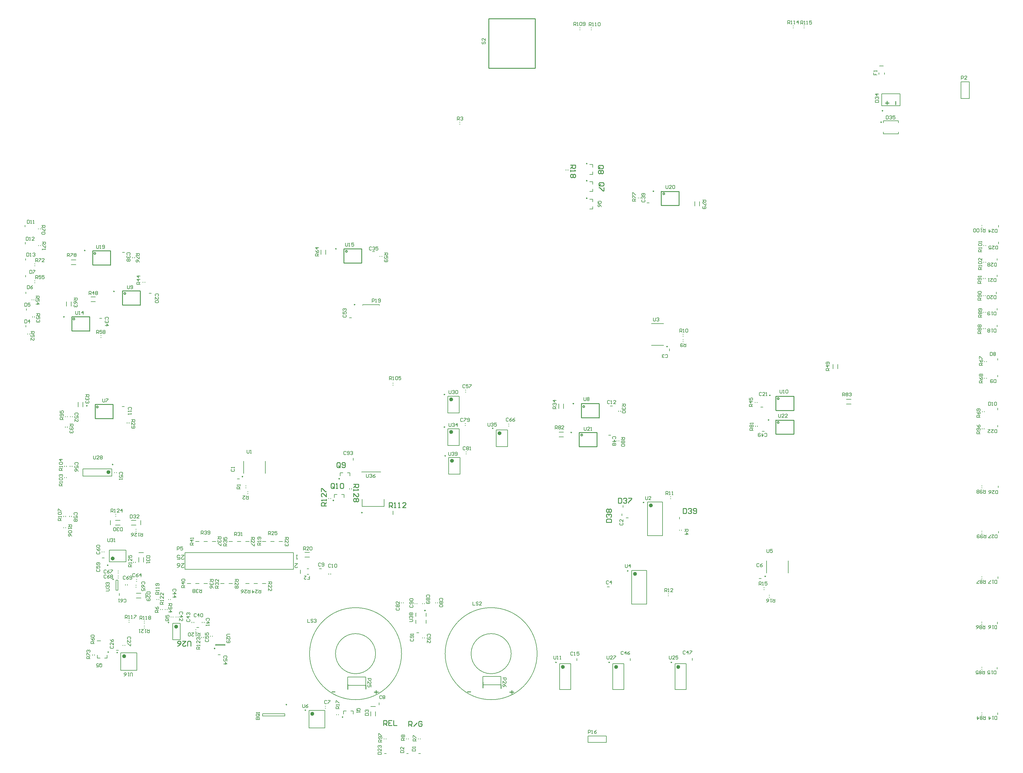
<source format=gto>
%FSLAX25Y25*%
%MOIN*%
G70*
G01*
G75*
G04 Layer_Color=65535*
%ADD10R,0.01378X0.05512*%
%ADD11R,0.17716X0.12992*%
%ADD12R,0.07874X0.07087*%
%ADD13O,0.00787X0.02362*%
%ADD14O,0.01772X0.04528*%
%ADD15R,0.03740X0.02362*%
%ADD16R,0.04528X0.02362*%
%ADD17O,0.06299X0.01772*%
%ADD18R,0.05118X0.07480*%
%ADD19O,0.07087X0.02362*%
%ADD20O,0.02362X0.07284*%
%ADD21O,0.07284X0.02362*%
%ADD22R,0.03543X0.02953*%
%ADD23R,0.04331X0.11221*%
%ADD24R,0.22244X0.20866*%
%ADD25R,0.08268X0.08071*%
%ADD26R,0.14488X0.05000*%
%ADD27O,0.05512X0.08465*%
%ADD28R,0.05906X0.07874*%
%ADD29R,0.03543X0.03347*%
%ADD30R,0.05118X0.03937*%
%ADD31O,0.05512X0.01772*%
%ADD32O,0.05118X0.01772*%
%ADD33R,0.03150X0.06496*%
%ADD34R,0.03543X0.03150*%
%ADD35R,0.01969X0.02362*%
%ADD36R,0.03937X0.05118*%
%ADD37R,0.03150X0.03543*%
%ADD38R,0.02362X0.04528*%
%ADD39R,0.03347X0.03543*%
%ADD40R,0.02953X0.03543*%
%ADD41R,0.06496X0.03150*%
%ADD42R,0.07874X0.05906*%
%ADD43R,0.05512X0.01378*%
%ADD44R,0.12992X0.17716*%
%ADD45O,0.01772X0.05118*%
%ADD46C,0.03937*%
%ADD47C,0.01000*%
%ADD48C,0.00787*%
%ADD49C,0.02953*%
%ADD50C,0.03937*%
%ADD51C,0.01969*%
%ADD52C,0.04331*%
%ADD53C,0.02000*%
%ADD54C,0.07874*%
%ADD55C,0.08661*%
%ADD56C,0.06299*%
%ADD57C,0.05906*%
%ADD58C,0.01181*%
%ADD59C,0.11811*%
%ADD60C,0.02756*%
%ADD61C,0.01575*%
%ADD62C,0.05906*%
%ADD63C,0.06299*%
%ADD64C,0.06000*%
%ADD65C,0.11811*%
%ADD66C,0.07874*%
%ADD67R,0.05906X0.05906*%
%ADD68R,0.05906X0.05906*%
%ADD69O,0.04331X0.04724*%
%ADD70P,0.08097X8X292.5*%
%ADD71C,0.07480*%
%ADD72C,0.05512*%
%ADD73R,0.05512X0.09843*%
%ADD74O,0.05512X0.09843*%
%ADD75C,0.08661*%
%ADD76R,0.09843X0.05512*%
%ADD77O,0.09843X0.05512*%
%ADD78C,0.02598*%
%ADD79C,0.03150*%
%ADD80C,0.05000*%
%ADD81R,0.09843X0.14961*%
%ADD82R,0.03347X0.02559*%
%ADD83R,0.06496X0.04921*%
%ADD84R,0.05000X0.14488*%
%ADD85R,0.43307X0.31102*%
%ADD86R,0.04331X0.11417*%
%ADD87R,0.08858X0.09449*%
%ADD88R,0.08858X0.11417*%
%ADD89R,0.06890X0.08268*%
%ADD90R,0.06890X0.07087*%
%ADD91R,0.06890X0.11417*%
%ADD92R,0.14961X0.09843*%
%ADD93R,0.04921X0.06496*%
%ADD94C,0.09843*%
%ADD95C,0.11417*%
%ADD96C,0.04724*%
%ADD97C,0.00984*%
%ADD98C,0.02362*%
%ADD99C,0.00800*%
D47*
X2247000Y2048500D02*
G03*
X2247000Y2048500I-500J0D01*
G01*
X2385000Y1774500D02*
G03*
X2385000Y1774500I-500J0D01*
G01*
X2386500Y1804000D02*
G03*
X2386500Y1804000I-500J0D01*
G01*
X2148500Y1759500D02*
G03*
X2148500Y1759500I-500J0D01*
G01*
X2151000Y1794000D02*
G03*
X2151000Y1794000I-500J0D01*
G01*
X1866500Y1979500D02*
G03*
X1866500Y1979500I-500J0D01*
G01*
X1568000Y1791500D02*
G03*
X1568000Y1791500I-500J0D01*
G01*
X1540500Y1898000D02*
G03*
X1540500Y1898000I-500J0D01*
G01*
X1600500Y1928500D02*
G03*
X1600500Y1928500I-500J0D01*
G01*
X1565500Y1977500D02*
G03*
X1565500Y1977500I-500J0D01*
G01*
X1578118Y1974000D02*
G03*
X1578118Y1974000I-1118J0D01*
G01*
X1614118Y1926000D02*
G03*
X1614118Y1926000I-1118J0D01*
G01*
X1553118Y1895500D02*
G03*
X1553118Y1895500I-1118J0D01*
G01*
X1879618Y1976500D02*
G03*
X1879618Y1976500I-1118J0D01*
G01*
X1581118Y1790000D02*
G03*
X1581118Y1790000I-1118J0D01*
G01*
X2164118Y1790500D02*
G03*
X2164118Y1790500I-1118J0D01*
G01*
X2161618Y1756500D02*
G03*
X2161618Y1756500I-1118J0D01*
G01*
X2397118Y1800000D02*
G03*
X2397118Y1800000I-1118J0D01*
G01*
Y1771500D02*
G03*
X2397118Y1771500I-1118J0D01*
G01*
X2260118Y2045500D02*
G03*
X2260118Y2045500I-1118J0D01*
G01*
X2414579Y1757417D02*
Y1774386D01*
X2393358Y1757417D02*
X2414579D01*
X2393161Y1757614D02*
X2393358Y1757417D01*
X2393161Y1757614D02*
Y1774465D01*
X2393240Y1774386D01*
X2414579D01*
X2049130Y2195878D02*
X2104839D01*
Y2255130D01*
X2086039D02*
X2104839D01*
X2049130Y2195878D02*
Y2255130D01*
X2086039D01*
X2526571Y2152169D02*
Y2156500D01*
X2524405Y2154335D02*
X2528736D01*
X2536591Y2152091D02*
Y2156224D01*
X2076705Y1446567D02*
Y1450602D01*
X2074146Y1448535D02*
X2079165D01*
X2023555Y1448732D02*
X2027295D01*
X1914205Y1446567D02*
Y1450602D01*
X1911646Y1448535D02*
X1916665D01*
X1861055Y1448732D02*
X1864795D01*
X1577421Y1776114D02*
Y1793083D01*
X1598642D01*
X1598839Y1792886D01*
Y1776035D02*
Y1792886D01*
X1598760Y1776114D02*
X1598839Y1776035D01*
X1577421Y1776114D02*
X1598760D01*
X2159921Y1777114D02*
Y1794083D01*
X2181142D01*
X2181339Y1793886D01*
Y1777035D02*
Y1793886D01*
X2181260Y1777114D02*
X2181339Y1777035D01*
X2159921Y1777114D02*
X2181260D01*
X1609921Y1912114D02*
Y1929083D01*
X1631142D01*
X1631339Y1928886D01*
Y1912035D02*
Y1928886D01*
X1631260Y1912114D02*
X1631339Y1912035D01*
X1609921Y1912114D02*
X1631260D01*
X2414579Y1785917D02*
Y1802886D01*
X2393358Y1785917D02*
X2414579D01*
X2393161Y1786114D02*
X2393358Y1785917D01*
X2393161Y1786114D02*
Y1802965D01*
X2393240Y1802886D01*
X2414579D01*
X1549421Y1881114D02*
Y1898083D01*
X1570642D01*
X1570839Y1897886D01*
Y1881035D02*
Y1897886D01*
X1570760Y1881114D02*
X1570839Y1881035D01*
X1549421Y1881114D02*
X1570760D01*
X1875421Y1962614D02*
Y1979583D01*
X1896642D01*
X1896839Y1979386D01*
Y1962535D02*
Y1979386D01*
X1896760Y1962614D02*
X1896839Y1962535D01*
X1875421Y1962614D02*
X1896760D01*
X1574421Y1960114D02*
Y1977083D01*
X1595642D01*
X1595839Y1976886D01*
Y1960035D02*
Y1976886D01*
X1595760Y1960114D02*
X1595839Y1960035D01*
X1574421Y1960114D02*
X1595760D01*
X2277079Y2031417D02*
Y2048386D01*
X2255858Y2031417D02*
X2277079D01*
X2255661Y2031614D02*
X2255858Y2031417D01*
X2255661Y2031614D02*
Y2048465D01*
X2255740Y2048386D01*
X2277079D01*
X2157421Y1742614D02*
Y1759583D01*
X2178642D01*
X2178839Y1759386D01*
Y1742535D02*
Y1759386D01*
X2178760Y1742614D02*
X2178839Y1742535D01*
X2157421Y1742614D02*
X2178760D01*
X2042000Y1453500D02*
Y1460500D01*
X2063602Y1453000D02*
Y1457102D01*
X1880000Y1452000D02*
Y1458000D01*
X1901602Y1452217D02*
Y1456898D01*
X2182000Y2055001D02*
X2185998D01*
X2186998Y2056001D01*
Y2058000D01*
X2185998Y2059000D01*
X2182000D01*
X2181000Y2058000D01*
Y2056001D01*
X2182999Y2057001D02*
X2181000Y2055001D01*
Y2056001D02*
X2182000Y2055001D01*
X2186998Y2053002D02*
Y2049003D01*
X2185998D01*
X2182000Y2053002D01*
X2181000D01*
X1692000Y1503502D02*
Y1508500D01*
X1691000Y1509500D01*
X1689001D01*
X1688001Y1508500D01*
Y1503502D01*
X1682003Y1509500D02*
X1686002D01*
X1682003Y1505501D01*
Y1504502D01*
X1683003Y1503502D01*
X1685002D01*
X1686002Y1504502D01*
X1676005Y1503502D02*
X1678004Y1504502D01*
X1680004Y1506501D01*
Y1508500D01*
X1679004Y1509500D01*
X1677005D01*
X1676005Y1508500D01*
Y1507501D01*
X1677005Y1506501D01*
X1680004D01*
X2204500Y1680998D02*
Y1675000D01*
X2207499D01*
X2208499Y1676000D01*
Y1679998D01*
X2207499Y1680998D01*
X2204500D01*
X2210498Y1679998D02*
X2211498Y1680998D01*
X2213497D01*
X2214497Y1679998D01*
Y1678999D01*
X2213497Y1677999D01*
X2212497D01*
X2213497D01*
X2214497Y1676999D01*
Y1676000D01*
X2213497Y1675000D01*
X2211498D01*
X2210498Y1676000D01*
X2216496Y1680998D02*
X2220495D01*
Y1679998D01*
X2216496Y1676000D01*
Y1675000D01*
X1929800Y1669600D02*
Y1675598D01*
X1932799D01*
X1933799Y1674598D01*
Y1672599D01*
X1932799Y1671599D01*
X1929800D01*
X1931799D02*
X1933799Y1669600D01*
X1935798D02*
X1937797D01*
X1936798D01*
Y1675598D01*
X1935798Y1674598D01*
X1940796Y1669600D02*
X1942796D01*
X1941796D01*
Y1675598D01*
X1940796Y1674598D01*
X1949793Y1669600D02*
X1945795D01*
X1949793Y1673599D01*
Y1674598D01*
X1948794Y1675598D01*
X1946795D01*
X1945795Y1674598D01*
X2147000Y2080000D02*
X2152998D01*
Y2077001D01*
X2151998Y2076001D01*
X2149999D01*
X2148999Y2077001D01*
Y2080000D01*
Y2078001D02*
X2147000Y2076001D01*
Y2074002D02*
Y2072003D01*
Y2073002D01*
X2152998D01*
X2151998Y2074002D01*
Y2069004D02*
X2152998Y2068004D01*
Y2066005D01*
X2151998Y2065005D01*
X2150999D01*
X2149999Y2066005D01*
X2148999Y2065005D01*
X2148000D01*
X2147000Y2066005D01*
Y2068004D01*
X2148000Y2069004D01*
X2148999D01*
X2149999Y2068004D01*
X2150999Y2069004D01*
X2151998D01*
X2149999Y2068004D02*
Y2066005D01*
X1887000Y1697500D02*
X1892998D01*
Y1694501D01*
X1891998Y1693501D01*
X1889999D01*
X1888999Y1694501D01*
Y1697500D01*
Y1695501D02*
X1887000Y1693501D01*
Y1691502D02*
Y1689503D01*
Y1690502D01*
X1892998D01*
X1891998Y1691502D01*
X1887000Y1682505D02*
Y1686504D01*
X1890999Y1682505D01*
X1891998D01*
X1892998Y1683504D01*
Y1685504D01*
X1891998Y1686504D01*
Y1680506D02*
X1892998Y1679506D01*
Y1677506D01*
X1891998Y1676507D01*
X1890999D01*
X1889999Y1677506D01*
X1888999Y1676507D01*
X1888000D01*
X1887000Y1677506D01*
Y1679506D01*
X1888000Y1680506D01*
X1888999D01*
X1889999Y1679506D01*
X1890999Y1680506D01*
X1891998D01*
X1889999Y1679506D02*
Y1677506D01*
X1854500Y1671500D02*
X1848502D01*
Y1674499D01*
X1849502Y1675499D01*
X1851501D01*
X1852501Y1674499D01*
Y1671500D01*
Y1673499D02*
X1854500Y1675499D01*
Y1677498D02*
Y1679497D01*
Y1678498D01*
X1848502D01*
X1849502Y1677498D01*
X1854500Y1686495D02*
Y1682496D01*
X1850501Y1686495D01*
X1849502D01*
X1848502Y1685496D01*
Y1683496D01*
X1849502Y1682496D01*
X1848502Y1688494D02*
Y1692493D01*
X1849502D01*
X1853500Y1688494D01*
X1854500D01*
X1863999Y1693500D02*
Y1697498D01*
X1862999Y1698498D01*
X1861000D01*
X1860000Y1697498D01*
Y1693500D01*
X1861000Y1692500D01*
X1862999D01*
X1861999Y1694499D02*
X1863999Y1692500D01*
X1862999D02*
X1863999Y1693500D01*
X1865998Y1692500D02*
X1867997D01*
X1866998D01*
Y1698498D01*
X1865998Y1697498D01*
X1870996D02*
X1871996Y1698498D01*
X1873996D01*
X1874995Y1697498D01*
Y1693500D01*
X1873996Y1692500D01*
X1871996D01*
X1870996Y1693500D01*
Y1697498D01*
X1870999Y1718500D02*
Y1722498D01*
X1869999Y1723498D01*
X1868000D01*
X1867000Y1722498D01*
Y1718500D01*
X1868000Y1717500D01*
X1869999D01*
X1868999Y1719499D02*
X1870999Y1717500D01*
X1869999D02*
X1870999Y1718500D01*
X1872998D02*
X1873998Y1717500D01*
X1875997D01*
X1876997Y1718500D01*
Y1722498D01*
X1875997Y1723498D01*
X1873998D01*
X1872998Y1722498D01*
Y1721499D01*
X1873998Y1720499D01*
X1876997D01*
X2181500Y2075501D02*
X2185498D01*
X2186498Y2076501D01*
Y2078500D01*
X2185498Y2079500D01*
X2181500D01*
X2180500Y2078500D01*
Y2076501D01*
X2182499Y2077501D02*
X2180500Y2075501D01*
Y2076501D02*
X2181500Y2075501D01*
X2185498Y2073502D02*
X2186498Y2072502D01*
Y2070503D01*
X2185498Y2069503D01*
X2184499D01*
X2183499Y2070503D01*
X2182499Y2069503D01*
X2181500D01*
X2180500Y2070503D01*
Y2072502D01*
X2181500Y2073502D01*
X2182499D01*
X2183499Y2072502D01*
X2184499Y2073502D01*
X2185498D01*
X2183499Y2072502D02*
Y2070503D01*
X2282000Y1668498D02*
Y1662500D01*
X2284999D01*
X2285999Y1663500D01*
Y1667498D01*
X2284999Y1668498D01*
X2282000D01*
X2287998Y1667498D02*
X2288998Y1668498D01*
X2290997D01*
X2291997Y1667498D01*
Y1666499D01*
X2290997Y1665499D01*
X2289997D01*
X2290997D01*
X2291997Y1664499D01*
Y1663500D01*
X2290997Y1662500D01*
X2288998D01*
X2287998Y1663500D01*
X2293996D02*
X2294996Y1662500D01*
X2296995D01*
X2297995Y1663500D01*
Y1667498D01*
X2296995Y1668498D01*
X2294996D01*
X2293996Y1667498D01*
Y1666499D01*
X2294996Y1665499D01*
X2297995D01*
X2190002Y1652000D02*
X2196000D01*
Y1654999D01*
X2195000Y1655999D01*
X2191002D01*
X2190002Y1654999D01*
Y1652000D01*
X2191002Y1657998D02*
X2190002Y1658998D01*
Y1660997D01*
X2191002Y1661997D01*
X2192001D01*
X2193001Y1660997D01*
Y1659997D01*
Y1660997D01*
X2194001Y1661997D01*
X2195000D01*
X2196000Y1660997D01*
Y1658998D01*
X2195000Y1657998D01*
X2191002Y1663996D02*
X2190002Y1664996D01*
Y1666995D01*
X2191002Y1667995D01*
X2192001D01*
X2193001Y1666995D01*
X2194001Y1667995D01*
X2195000D01*
X2196000Y1666995D01*
Y1664996D01*
X2195000Y1663996D01*
X2194001D01*
X2193001Y1664996D01*
X2192001Y1663996D01*
X2191002D01*
X2193001Y1664996D02*
Y1666995D01*
X1923000Y1408500D02*
Y1414498D01*
X1925999D01*
X1926999Y1413498D01*
Y1411499D01*
X1925999Y1410499D01*
X1923000D01*
X1924999D02*
X1926999Y1408500D01*
X1932997Y1414498D02*
X1928998D01*
Y1408500D01*
X1932997D01*
X1928998Y1411499D02*
X1930997D01*
X1934996Y1414498D02*
Y1408500D01*
X1938995D01*
X1953000Y1407500D02*
Y1413498D01*
X1955999D01*
X1956999Y1412498D01*
Y1410499D01*
X1955999Y1409499D01*
X1953000D01*
X1954999D02*
X1956999Y1407500D01*
X1958998D02*
X1962997Y1411499D01*
X1968995Y1412498D02*
X1967995Y1413498D01*
X1965996D01*
X1964996Y1412498D01*
Y1408500D01*
X1965996Y1407500D01*
X1967995D01*
X1968995Y1408500D01*
Y1410499D01*
X1966995D01*
D48*
X2107118Y1494500D02*
G03*
X2107118Y1494500I-55118J0D01*
G01*
X2076016D02*
G03*
X2076016Y1494500I-24016J0D01*
G01*
X1944618D02*
G03*
X1944618Y1494500I-55118J0D01*
G01*
X1913516D02*
G03*
X1913516Y1494500I-24016J0D01*
G01*
X2382008Y1591216D02*
Y1605783D01*
X2407992Y1591216D02*
Y1605783D01*
X1961898Y1543102D02*
X1961996D01*
X1961898Y1539067D02*
Y1543102D01*
Y1530898D02*
Y1534933D01*
Y1530898D02*
X1961996D01*
X1974004D02*
X1974102D01*
Y1534933D01*
Y1539067D02*
Y1543102D01*
X1974004D02*
X1974102D01*
X1721791Y1504606D02*
X1733209D01*
X1721791Y1505394D02*
X1733209D01*
X1721791Y1504606D02*
Y1505394D01*
X1733209Y1504606D02*
Y1505394D01*
X1604681Y1570595D02*
Y1582405D01*
X1602319Y1570595D02*
Y1582405D01*
Y1570595D02*
X1604681D01*
X1602319Y1582405D02*
X1604681D01*
X2170213Y2059905D02*
X2173756D01*
Y2056756D02*
Y2059905D01*
X2170213Y2048095D02*
X2173756D01*
Y2051244D01*
X2220445Y1553921D02*
Y1594079D01*
X2238555Y1553921D02*
Y1594079D01*
X2220445D02*
X2238555D01*
X2220445Y1553921D02*
X2238555D01*
X1804669Y1419949D02*
Y1422606D01*
X1778094Y1419949D02*
Y1422606D01*
X1804669D01*
X1778094Y1419949D02*
X1804669D01*
X1608197Y1474567D02*
Y1495433D01*
X1627291Y1474567D02*
Y1495433D01*
X1608197D02*
X1627291D01*
X1608197Y1474567D02*
X1627291D01*
X1562677Y1707071D02*
Y1715929D01*
X1597323Y1707071D02*
Y1715929D01*
X1562677Y1707071D02*
X1597323D01*
X1562677Y1715929D02*
X1597323D01*
X1670571Y1511158D02*
Y1530842D01*
X1679429Y1511158D02*
Y1530842D01*
X1670571D02*
X1679429D01*
X1670571Y1511158D02*
X1679429D01*
X2658551Y1965781D02*
Y1967946D01*
X1685000Y1595500D02*
Y1615500D01*
X1815000Y1595500D02*
Y1615500D01*
X1685000Y1595500D02*
X1815000D01*
X1685000Y1615500D02*
X1815000D01*
X2615000Y2159500D02*
X2625000D01*
X2615000D02*
Y2179500D01*
X2625000D01*
Y2159500D02*
Y2179500D01*
X2190201Y1388161D02*
Y1395839D01*
X2168055Y1388161D02*
X2190201D01*
X2168055D02*
Y1395839D01*
X2190201D01*
X1897311Y1670748D02*
Y1679409D01*
Y1670748D02*
X1923689D01*
Y1679409D01*
X2540055Y2117126D02*
Y2119390D01*
X2521945Y2117126D02*
Y2119390D01*
X2540055Y2130610D02*
Y2132874D01*
X2521945Y2130610D02*
Y2132874D01*
Y2117126D02*
X2540055D01*
X2521945Y2132874D02*
X2540055D01*
X2210110Y1669917D02*
Y1672083D01*
X1896681Y1712205D02*
X1908394D01*
X1908098D02*
X1919811D01*
X1897921Y1911968D02*
Y1912461D01*
X1909634D01*
X1906287D02*
X1918000D01*
Y1911968D02*
Y1912461D01*
X2520213Y2150732D02*
X2542102D01*
X2520213Y2165319D02*
X2542102D01*
X2520213Y2150732D02*
Y2165319D01*
X2542102Y2150732D02*
Y2165319D01*
X1831516Y1596346D02*
X1833484D01*
X1831516Y1589653D02*
X1833484D01*
X1823500Y1590500D02*
Y1595028D01*
X1886602Y1726221D02*
Y1728779D01*
X2042047Y1462000D02*
Y1467216D01*
X2063602D01*
Y1457079D02*
Y1467216D01*
X2042047Y1457079D02*
X2063602D01*
X2042047D02*
Y1462000D01*
X1579835Y1510000D02*
X1584165D01*
X2197807Y1451449D02*
Y1482551D01*
X2211193Y1451449D02*
Y1482551D01*
X2197807D02*
X2211193D01*
X2197807Y1451449D02*
X2211193D01*
X2001110Y1709461D02*
X2014890D01*
X2001110Y1729539D02*
X2014890D01*
Y1709461D02*
Y1729539D01*
X2001110Y1709461D02*
Y1729539D01*
X2477744Y1799354D02*
X2483256D01*
X2477744Y1793646D02*
X2483256D01*
X1617606Y1534681D02*
X1618394D01*
X1617606Y1532319D02*
X1618394D01*
X1934500Y1661335D02*
Y1665665D01*
X2144181Y2073606D02*
Y2074394D01*
X2141819Y2073606D02*
Y2074394D01*
X1884681Y1691606D02*
Y1692394D01*
X1882319Y1691606D02*
Y1692394D01*
X1859681Y1680106D02*
Y1680894D01*
X1857319Y1680106D02*
Y1680894D01*
X1626106Y1643681D02*
X1626894D01*
X1626106Y1641319D02*
X1626894D01*
X1623319Y1603606D02*
Y1604394D01*
X1625681Y1603606D02*
Y1604394D01*
X1601606Y1659319D02*
X1602394D01*
X1601606Y1661681D02*
X1602394D01*
X1704819Y1513606D02*
Y1514394D01*
X1707181Y1513606D02*
Y1514394D01*
X1636106Y1525319D02*
X1636894D01*
X1636106Y1527681D02*
X1636894D01*
X1697606Y1520819D02*
X1698394D01*
X1697606Y1523181D02*
X1698394D01*
X1651319Y1559106D02*
Y1559894D01*
X1653681Y1559106D02*
Y1559894D01*
X1636106Y1533681D02*
X1636894D01*
X1636106Y1531319D02*
X1636894D01*
X1661319Y1547106D02*
Y1547894D01*
X1663681Y1547106D02*
Y1547894D01*
X1872756Y1685256D02*
X1875905D01*
Y1681713D02*
Y1685256D01*
X1864095D02*
X1867244D01*
X1864095Y1681713D02*
Y1685256D01*
X1879756Y1711256D02*
X1882906D01*
Y1707713D02*
Y1711256D01*
X1871095D02*
X1874244D01*
X1871095Y1707713D02*
Y1711256D01*
X2173756Y2068595D02*
Y2071744D01*
X2170213Y2068595D02*
X2173756D01*
Y2077256D02*
Y2080405D01*
X2170213D02*
X2173756D01*
X2277890Y1655917D02*
Y1658083D01*
X2208610Y1659917D02*
Y1662083D01*
X1667681Y1559106D02*
Y1559894D01*
X1665319Y1559106D02*
Y1559894D01*
X1695681Y1531606D02*
Y1532394D01*
X1693319Y1531606D02*
Y1532394D01*
X1747721Y1703898D02*
X1750279D01*
X2213721Y1657102D02*
X2216279D01*
X2265602Y1857220D02*
Y1859780D01*
X2191220Y1574602D02*
X2193780D01*
X2373220Y1584398D02*
X2375780D01*
X1853106Y1429319D02*
X1853894D01*
X1853106Y1431681D02*
X1853894D01*
X1917898Y1433220D02*
Y1435779D01*
X1846221Y1596102D02*
X1848779D01*
X1859681Y1589606D02*
Y1590394D01*
X1857319Y1589606D02*
Y1590394D01*
X1609720Y1790602D02*
X1612280D01*
X2194720Y1791102D02*
X2197280D01*
X2154602Y1486220D02*
Y1488780D01*
X1642220Y1926102D02*
X1644780D01*
X2375220Y1789898D02*
X2377780D01*
X1602720Y1498398D02*
X1605280D01*
X1610819Y1504106D02*
Y1504894D01*
X1613181Y1504106D02*
Y1504894D01*
X1582720Y1896102D02*
X1585279D01*
X1909720Y1976102D02*
X1912280D01*
X1610221Y1975102D02*
X1612779D01*
X2238721Y2034398D02*
X2241279D01*
X1699220Y1525898D02*
X1701780D01*
X1705819Y1531606D02*
Y1532394D01*
X1708181Y1531606D02*
Y1532394D01*
X1674319Y1538106D02*
Y1538894D01*
X1676681Y1538106D02*
Y1538894D01*
X2218602Y1486220D02*
Y1488780D01*
X2293102Y1486720D02*
Y1489279D01*
X2192720Y1756102D02*
X2195280D01*
X2376720Y1760898D02*
X2379280D01*
X1603181Y1711106D02*
Y1711894D01*
X1600819Y1711106D02*
Y1711894D01*
X1547819Y1778106D02*
Y1778894D01*
X1550181Y1778106D02*
Y1778894D01*
X1882220Y1896898D02*
X1884780D01*
X1724721Y1493102D02*
X1727279D01*
X1715819Y1515106D02*
Y1515894D01*
X1718181Y1515106D02*
Y1515894D01*
X1547319Y1718606D02*
Y1719394D01*
X1549681Y1718606D02*
Y1719394D01*
X2021106Y1810181D02*
X2021894D01*
X2021106Y1807819D02*
X2021894D01*
X1546819Y1658606D02*
Y1659394D01*
X1549181Y1658606D02*
Y1659394D01*
X1585721Y1609102D02*
X1588280D01*
X1585819Y1616106D02*
Y1616894D01*
X1588181Y1616106D02*
Y1616894D01*
X1606398Y1564221D02*
Y1566780D01*
X1626606Y1583681D02*
X1627394D01*
X1626606Y1581319D02*
X1627394D01*
X1626106Y1576681D02*
X1626894D01*
X1626106Y1574319D02*
X1626894D01*
X2072606Y1767319D02*
X2073394D01*
X2072606Y1769681D02*
X2073394D01*
X1604606Y1591319D02*
X1605394D01*
X1604606Y1593681D02*
X1605394D01*
X1604606Y1585319D02*
X1605394D01*
X1604606Y1587681D02*
X1605394D01*
X1616181Y1576606D02*
Y1577394D01*
X1613819Y1576606D02*
Y1577394D01*
X2020606Y1770181D02*
X2021394D01*
X2020606Y1767819D02*
X2021394D01*
X1987681Y1555106D02*
Y1555894D01*
X1985319Y1555106D02*
Y1555894D01*
X2021606Y1736181D02*
X2022394D01*
X2021606Y1733819D02*
X2022394D01*
X1946681Y1555106D02*
Y1555894D01*
X1944319Y1555106D02*
Y1555894D01*
X1972181Y1554106D02*
Y1554894D01*
X1969819Y1554106D02*
Y1554894D01*
X1963181Y1554106D02*
Y1554894D01*
X1960819Y1554106D02*
Y1554894D01*
X1962720Y1519602D02*
X1965280D01*
X1972181Y1513106D02*
Y1513894D01*
X1969819Y1513106D02*
Y1513894D01*
X1965100Y1375000D02*
X1967265D01*
X1950600D02*
X1952765D01*
X1907744Y1431161D02*
X1913256D01*
X1913354Y1419744D02*
Y1425256D01*
X1907646Y1419744D02*
Y1425256D01*
X1494500Y1885735D02*
Y1887900D01*
X1495000Y1905735D02*
Y1907900D01*
X1494500Y1925735D02*
Y1927900D01*
X1494000Y1945735D02*
Y1947900D01*
X2659000Y1846100D02*
Y1848265D01*
Y1826100D02*
Y1828265D01*
Y1786600D02*
Y1788765D01*
X1493500Y2005735D02*
Y2007900D01*
X1493657Y1985235D02*
Y1987400D01*
X1494000Y1965735D02*
Y1967900D01*
X2659000Y1421600D02*
Y1423765D01*
X2658500Y1476100D02*
Y1478265D01*
X2658894Y1530281D02*
Y1532446D01*
X2659500Y1584600D02*
Y1586765D01*
X2658500Y1886100D02*
Y1888265D01*
Y1906100D02*
Y1908265D01*
X2657500Y1925600D02*
Y1927765D01*
X2658500Y1946100D02*
Y1948265D01*
X2659000Y1766100D02*
Y1768265D01*
X1924100Y1375000D02*
X1926265D01*
X2660000Y2005600D02*
Y2007765D01*
Y1985600D02*
Y1987765D01*
X2659606Y1693419D02*
Y1695584D01*
X2660000Y1639100D02*
Y1641265D01*
X1638161Y1561244D02*
Y1566756D01*
X1626744Y1561146D02*
X1632256D01*
X1626744Y1566854D02*
X1632256D01*
X1595839Y1648744D02*
Y1654256D01*
X1601744Y1654354D02*
X1607256D01*
X1601744Y1648646D02*
X1607256D01*
X1629744Y1615661D02*
X1635256D01*
X1635354Y1604244D02*
Y1609756D01*
X1629646Y1604244D02*
Y1609756D01*
X1632161Y1648744D02*
Y1654256D01*
X1620744Y1648646D02*
X1626256D01*
X1620744Y1654354D02*
X1626256D01*
X2523347Y2188516D02*
Y2190484D01*
X2516653Y2188516D02*
Y2190484D01*
X2517472Y2198500D02*
X2522000D01*
X1875094Y1422213D02*
Y1425756D01*
X1878244D01*
X1886905Y1422213D02*
Y1425756D01*
X1883756D02*
X1886905D01*
X1591905Y1489244D02*
Y1492787D01*
X1588756Y1489244D02*
X1591905D01*
X1580095D02*
Y1492787D01*
Y1489244D02*
X1583244D01*
X2170213Y2038906D02*
X2173756D01*
Y2035756D02*
Y2038906D01*
X2170213Y2027094D02*
X2173756D01*
Y2030244D01*
X1757606Y1693319D02*
X1758394D01*
X1757606Y1695681D02*
X1758394D01*
X1760106Y1686319D02*
X1760894D01*
X1760106Y1688681D02*
X1760894D01*
X2014106Y2128819D02*
X2014894D01*
X2014106Y2131181D02*
X2014894D01*
X2280181Y1642106D02*
Y1642894D01*
X2277819Y1642106D02*
Y1642894D01*
X1668319Y1538106D02*
Y1538894D01*
X1670681Y1538106D02*
Y1538894D01*
X1655819Y1547106D02*
Y1547894D01*
X1658181Y1547106D02*
Y1547894D01*
X1964819Y1392106D02*
Y1392894D01*
X1967181Y1392106D02*
Y1392894D01*
X1950319Y1392106D02*
Y1392894D01*
X1952681Y1392106D02*
Y1392894D01*
X2281606Y1870681D02*
X2282394D01*
X2281606Y1868319D02*
X2282394D01*
X2281606Y1877181D02*
X2282394D01*
X2281606Y1874819D02*
X2282394D01*
X2266606Y1680319D02*
X2267394D01*
X2266606Y1682681D02*
X2267394D01*
X2264106Y1566181D02*
X2264894D01*
X2264106Y1563819D02*
X2264894D01*
X2378606Y1571319D02*
X2379394D01*
X2378606Y1573681D02*
X2379394D01*
X2385106Y1562319D02*
X2385894D01*
X2385106Y1564681D02*
X2385894D01*
X1866819Y1421106D02*
Y1421894D01*
X1869181Y1421106D02*
Y1421894D01*
X1777835Y1629000D02*
X1782165D01*
X1828744Y1610146D02*
X1834256D01*
X1828744Y1615854D02*
X1834256D01*
X1777835Y1578500D02*
X1782165D01*
X1797835Y1629000D02*
X1802165D01*
X1767835Y1578500D02*
X1772165D01*
X1787835Y1629000D02*
X1792165D01*
X1757835Y1578500D02*
X1762165D01*
X1757835Y1629000D02*
X1762165D01*
X1737835Y1578500D02*
X1742165D01*
X1618181Y1770606D02*
Y1771394D01*
X1615819Y1770606D02*
Y1771394D01*
X2207181Y1784606D02*
Y1785394D01*
X2204819Y1784606D02*
Y1785394D01*
X1747835Y1629000D02*
X1752165D01*
X1727835Y1578500D02*
X1732165D01*
X1557146Y1790244D02*
Y1795756D01*
X1562854Y1790244D02*
Y1795756D01*
X2133146Y1788244D02*
Y1793756D01*
X2138854Y1788244D02*
Y1793756D01*
X1737835Y1629000D02*
X1742165D01*
X1707835Y1578500D02*
X1712165D01*
X1717835Y1629000D02*
X1722165D01*
X1697835Y1578500D02*
X1702165D01*
X1707835Y1629000D02*
X1712165D01*
X1687835Y1578500D02*
X1692165D01*
X1697835Y1629000D02*
X1702165D01*
X1634819Y1939106D02*
Y1939894D01*
X1637181Y1939106D02*
Y1939894D01*
X2368319Y1795106D02*
Y1795894D01*
X2370681Y1795106D02*
Y1795894D01*
X1572244Y1916146D02*
X1577756D01*
X1572244Y1921854D02*
X1577756D01*
X2461646Y1835744D02*
Y1841256D01*
X2467354Y1835744D02*
Y1841256D01*
X1496319Y1877106D02*
Y1877894D01*
X1498681Y1877106D02*
Y1877894D01*
X1502319Y1897606D02*
Y1898394D01*
X1504681Y1897606D02*
Y1898394D01*
X1501819Y1918106D02*
Y1918894D01*
X1504181Y1918106D02*
Y1918894D01*
X1504606Y1938819D02*
X1505394D01*
X1504606Y1941181D02*
X1505394D01*
X1584106Y1875681D02*
X1584894D01*
X1584106Y1873319D02*
X1584894D01*
X1918819Y1970106D02*
Y1970894D01*
X1921181Y1970106D02*
Y1970894D01*
X1543146Y1910744D02*
Y1916256D01*
X1548854Y1910744D02*
Y1916256D01*
X1848146Y1972744D02*
Y1978256D01*
X1853854Y1972744D02*
Y1978256D01*
X2645681Y1844106D02*
Y1844894D01*
X2643319Y1844106D02*
Y1844894D01*
X2645681Y1824106D02*
Y1824894D01*
X2643319Y1824106D02*
Y1824894D01*
X2643181Y1784106D02*
Y1784894D01*
X2640819Y1784106D02*
Y1784894D01*
X1511681Y2003106D02*
Y2003894D01*
X1509319Y2003106D02*
Y2003894D01*
X1512181Y1983106D02*
Y1983894D01*
X1509819Y1983106D02*
Y1983894D01*
X1504606Y1961681D02*
X1505394D01*
X1504606Y1959319D02*
X1505394D01*
X1574319Y1492606D02*
Y1493394D01*
X1576681Y1492606D02*
Y1493394D01*
X1624681Y1968606D02*
Y1969394D01*
X1622319Y1968606D02*
Y1969394D01*
X2228319Y2040106D02*
Y2040894D01*
X2230681Y2040106D02*
Y2040894D01*
X1548744Y1960646D02*
X1554256D01*
X1548744Y1966354D02*
X1554256D01*
X2301854Y2030744D02*
Y2036256D01*
X2296146Y2030744D02*
Y2036256D01*
X2205181Y1749106D02*
Y1749894D01*
X2202819Y1749106D02*
Y1749894D01*
X2368819Y1766606D02*
Y1767394D01*
X2371181Y1766606D02*
Y1767394D01*
X2133244Y1754146D02*
X2138756D01*
X2133244Y1759854D02*
X2138756D01*
X2639606Y1423681D02*
X2640394D01*
X2639606Y1421319D02*
X2640394D01*
X2639606Y1478181D02*
X2640394D01*
X2639606Y1475819D02*
X2640394D01*
X2639500Y1532362D02*
X2640287D01*
X2639500Y1530000D02*
X2640287D01*
X2639606Y1586681D02*
X2640394D01*
X2639606Y1584319D02*
X2640394D01*
X2641819Y1883606D02*
Y1884394D01*
X2644181Y1883606D02*
Y1884394D01*
X2642319Y1903106D02*
Y1903894D01*
X2644681Y1903106D02*
Y1903894D01*
X2641819Y1923106D02*
Y1923894D01*
X2644181Y1923106D02*
Y1923894D01*
X2641819Y1943606D02*
Y1944394D01*
X2644181Y1943606D02*
Y1944394D01*
X1541819Y1765606D02*
Y1766394D01*
X1544181Y1765606D02*
Y1766394D01*
X1544181Y1778106D02*
Y1778894D01*
X1541819Y1778106D02*
Y1778894D01*
X2642681Y1763606D02*
Y1764394D01*
X2640319Y1763606D02*
Y1764394D01*
X1923819Y1392106D02*
Y1392894D01*
X1926181Y1392106D02*
Y1392894D01*
X2639713Y1693138D02*
X2640500D01*
X2639713Y1695500D02*
X2640500D01*
X2639606Y1638819D02*
X2640394D01*
X2639606Y1641181D02*
X2640394D01*
X2639606Y2005319D02*
X2640394D01*
X2639606Y2007681D02*
X2640394D01*
X2644681Y1983106D02*
Y1983894D01*
X2642319Y1983106D02*
Y1983894D01*
X2644681Y1963106D02*
Y1963894D01*
X2642319Y1963106D02*
Y1963894D01*
X1540819Y1705106D02*
Y1705894D01*
X1543181Y1705106D02*
Y1705894D01*
X1543181Y1718606D02*
Y1719394D01*
X1540819Y1718606D02*
Y1719394D01*
X1934106Y1818681D02*
X1934894D01*
X1934106Y1816319D02*
X1934894D01*
X1539819Y1645106D02*
Y1645894D01*
X1542181Y1645106D02*
Y1645894D01*
X1542181Y1658606D02*
Y1659394D01*
X1539819Y1658606D02*
Y1659394D01*
X2158106Y2241819D02*
X2158894D01*
X2158106Y2244181D02*
X2158894D01*
X2171606Y2244181D02*
X2172394D01*
X2171606Y2241819D02*
X2172394D01*
X2413606Y2244319D02*
X2414394D01*
X2413606Y2246681D02*
X2414394D01*
X2426606Y2246681D02*
X2427394D01*
X2426606Y2244319D02*
X2427394D01*
X1755508Y1710716D02*
Y1725283D01*
X1781492Y1710716D02*
Y1725283D01*
X2239445Y1635921D02*
Y1676079D01*
X2257555Y1635921D02*
Y1676079D01*
X2239445D02*
X2257555D01*
X2239445Y1635921D02*
X2257555D01*
X2244217Y1864008D02*
X2258784D01*
X2244217Y1889992D02*
X2258784D01*
X1833697Y1405567D02*
Y1426433D01*
X1852791Y1405567D02*
Y1426433D01*
X1833697D02*
X1852791D01*
X1833697Y1405567D02*
X1852791D01*
X2134000Y1451449D02*
Y1482551D01*
X2147386Y1451449D02*
Y1482551D01*
X2134000D02*
X2147386D01*
X2134000Y1451449D02*
X2147386D01*
X2272307D02*
Y1482551D01*
X2285693Y1451449D02*
Y1482551D01*
X2272307D02*
X2285693D01*
X2272307Y1451449D02*
X2285693D01*
X2000110Y1782961D02*
X2013890D01*
X2000110Y1803039D02*
X2013890D01*
Y1782961D02*
Y1803039D01*
X2000110Y1782961D02*
Y1803039D01*
X1614539Y1604610D02*
Y1618390D01*
X1594461Y1604610D02*
Y1618390D01*
X1614539D01*
X1594461Y1604610D02*
X1614539D01*
X2000110Y1743961D02*
X2013890D01*
X2000110Y1764039D02*
X2013890D01*
Y1743961D02*
Y1764039D01*
X2000110Y1743961D02*
Y1764039D01*
X2058110Y1742461D02*
X2071890D01*
X2058110Y1762539D02*
X2071890D01*
Y1742461D02*
Y1762539D01*
X2058110Y1742461D02*
Y1762539D01*
X1880047Y1461500D02*
Y1466716D01*
X1901602D01*
Y1456579D02*
Y1466716D01*
X1880047Y1456579D02*
X1901602D01*
X1880047D02*
Y1461500D01*
X2382500Y1619436D02*
Y1616156D01*
X2383156Y1615500D01*
X2384468D01*
X2385124Y1616156D01*
Y1619436D01*
X2389060D02*
X2386436D01*
Y1617468D01*
X2387748Y1618124D01*
X2388404D01*
X2389060Y1617468D01*
Y1616156D01*
X2388404Y1615500D01*
X2387092D01*
X2386436Y1616156D01*
X2396500Y1781436D02*
Y1778156D01*
X2397156Y1777500D01*
X2398468D01*
X2399124Y1778156D01*
Y1781436D01*
X2403060Y1777500D02*
X2400436D01*
X2403060Y1780124D01*
Y1780780D01*
X2402404Y1781436D01*
X2401092D01*
X2400436Y1780780D01*
X2406995Y1777500D02*
X2404371D01*
X2406995Y1780124D01*
Y1780780D01*
X2406339Y1781436D01*
X2405027D01*
X2404371Y1780780D01*
X1954064Y1533000D02*
X1957344D01*
X1958000Y1533656D01*
Y1534968D01*
X1957344Y1535624D01*
X1954064D01*
X1954720Y1536936D02*
X1954064Y1537592D01*
Y1538904D01*
X1954720Y1539560D01*
X1955376D01*
X1956032Y1538904D01*
Y1538248D01*
Y1538904D01*
X1956688Y1539560D01*
X1957344D01*
X1958000Y1538904D01*
Y1537592D01*
X1957344Y1536936D01*
X1954720Y1540872D02*
X1954064Y1541527D01*
Y1542839D01*
X1954720Y1543495D01*
X1955376D01*
X1956032Y1542839D01*
X1956688Y1543495D01*
X1957344D01*
X1958000Y1542839D01*
Y1541527D01*
X1957344Y1540872D01*
X1956688D01*
X1956032Y1541527D01*
X1955376Y1540872D01*
X1954720D01*
X1956032Y1541527D02*
Y1542839D01*
X1738936Y1518000D02*
X1735656D01*
X1735000Y1517344D01*
Y1516032D01*
X1735656Y1515376D01*
X1738936D01*
X1735000Y1511440D02*
Y1514064D01*
X1737624Y1511440D01*
X1738280D01*
X1738936Y1512096D01*
Y1513408D01*
X1738280Y1514064D01*
X1735656Y1510128D02*
X1735000Y1509473D01*
Y1508161D01*
X1735656Y1507505D01*
X1738280D01*
X1738936Y1508161D01*
Y1509473D01*
X1738280Y1510128D01*
X1737624D01*
X1736968Y1509473D01*
Y1507505D01*
X1590564Y1569500D02*
X1593844D01*
X1594500Y1570156D01*
Y1571468D01*
X1593844Y1572124D01*
X1590564D01*
X1591220Y1573436D02*
X1590564Y1574092D01*
Y1575404D01*
X1591220Y1576060D01*
X1591876D01*
X1592532Y1575404D01*
Y1574748D01*
Y1575404D01*
X1593188Y1576060D01*
X1593844D01*
X1594500Y1575404D01*
Y1574092D01*
X1593844Y1573436D01*
X1591220Y1577372D02*
X1590564Y1578027D01*
Y1579339D01*
X1591220Y1579995D01*
X1591876D01*
X1592532Y1579339D01*
Y1578683D01*
Y1579339D01*
X1593188Y1579995D01*
X1593844D01*
X1594500Y1579339D01*
Y1578027D01*
X1593844Y1577372D01*
X2212800Y1601436D02*
Y1598156D01*
X2213456Y1597500D01*
X2214768D01*
X2215424Y1598156D01*
Y1601436D01*
X2218704Y1597500D02*
Y1601436D01*
X2216736Y1599468D01*
X2219360D01*
X1770564Y1415500D02*
X1774500D01*
Y1417468D01*
X1773844Y1418124D01*
X1773188D01*
X1772532Y1417468D01*
Y1415500D01*
Y1417468D01*
X1771876Y1418124D01*
X1771220D01*
X1770564Y1417468D01*
Y1415500D01*
X1773844Y1422060D02*
X1771220D01*
X1770564Y1421404D01*
Y1420092D01*
X1771220Y1419436D01*
X1773844D01*
X1774500Y1420092D01*
Y1421404D01*
X1773188Y1420748D02*
X1774500Y1422060D01*
Y1421404D02*
X1773844Y1422060D01*
X1774500Y1423372D02*
Y1424683D01*
Y1424027D01*
X1770564D01*
X1771220Y1423372D01*
X1622000Y1467564D02*
Y1470844D01*
X1621344Y1471500D01*
X1620032D01*
X1619376Y1470844D01*
Y1467564D01*
X1618064Y1471500D02*
X1616752D01*
X1617408D01*
Y1467564D01*
X1618064Y1468220D01*
X1612161Y1467564D02*
X1613473Y1468220D01*
X1614784Y1469532D01*
Y1470844D01*
X1614128Y1471500D01*
X1612817D01*
X1612161Y1470844D01*
Y1470188D01*
X1612817Y1469532D01*
X1614784D01*
X1575500Y1731436D02*
Y1728156D01*
X1576156Y1727500D01*
X1577468D01*
X1578124Y1728156D01*
Y1731436D01*
X1582060Y1727500D02*
X1579436D01*
X1582060Y1730124D01*
Y1730780D01*
X1581404Y1731436D01*
X1580092D01*
X1579436Y1730780D01*
X1583372D02*
X1584027Y1731436D01*
X1585339D01*
X1585995Y1730780D01*
Y1730124D01*
X1585339Y1729468D01*
X1585995Y1728812D01*
Y1728156D01*
X1585339Y1727500D01*
X1584027D01*
X1583372Y1728156D01*
Y1728812D01*
X1584027Y1729468D01*
X1583372Y1730124D01*
Y1730780D01*
X1584027Y1729468D02*
X1585339D01*
X2041720Y2227624D02*
X2041064Y2226968D01*
Y2225656D01*
X2041720Y2225000D01*
X2042376D01*
X2043032Y2225656D01*
Y2226968D01*
X2043688Y2227624D01*
X2044344D01*
X2045000Y2226968D01*
Y2225656D01*
X2044344Y2225000D01*
X2045000Y2231560D02*
Y2228936D01*
X2042376Y2231560D01*
X2041720D01*
X2041064Y2230904D01*
Y2229592D01*
X2041720Y2228936D01*
X2657551Y1958564D02*
Y1962500D01*
X2655583D01*
X2654927Y1961844D01*
Y1959220D01*
X2655583Y1958564D01*
X2657551D01*
X2650992Y1962500D02*
X2653615D01*
X2650992Y1959876D01*
Y1959220D01*
X2651648Y1958564D01*
X2652959D01*
X2653615Y1959220D01*
X2649680D02*
X2649024Y1958564D01*
X2647712D01*
X2647056Y1959220D01*
Y1959876D01*
X2647712Y1960532D01*
X2647056Y1961188D01*
Y1961844D01*
X2647712Y1962500D01*
X2649024D01*
X2649680Y1961844D01*
Y1961188D01*
X2649024Y1960532D01*
X2649680Y1959876D01*
Y1959220D01*
X2649024Y1960532D02*
X2647712D01*
X1675700Y1618700D02*
Y1622636D01*
X1677668D01*
X1678324Y1621980D01*
Y1620668D01*
X1677668Y1620012D01*
X1675700D01*
X1682260Y1622636D02*
X1679636D01*
Y1620668D01*
X1680948Y1621324D01*
X1681604D01*
X1682260Y1620668D01*
Y1619356D01*
X1681604Y1618700D01*
X1680292D01*
X1679636Y1619356D01*
X2615400Y2182700D02*
Y2186636D01*
X2617368D01*
X2618024Y2185980D01*
Y2184668D01*
X2617368Y2184012D01*
X2615400D01*
X2621960Y2182700D02*
X2619336D01*
X2621960Y2185324D01*
Y2185980D01*
X2621304Y2186636D01*
X2619992D01*
X2619336Y2185980D01*
X2168400Y1399000D02*
Y1402936D01*
X2170368D01*
X2171024Y1402280D01*
Y1400968D01*
X2170368Y1400312D01*
X2168400D01*
X2172336Y1399000D02*
X2173648D01*
X2172992D01*
Y1402936D01*
X2172336Y1402280D01*
X2178239Y1402936D02*
X2176927Y1402280D01*
X2175616Y1400968D01*
Y1399656D01*
X2176271Y1399000D01*
X2177583D01*
X2178239Y1399656D01*
Y1400312D01*
X2177583Y1400968D01*
X2175616D01*
X1902500Y1709436D02*
Y1706156D01*
X1903156Y1705500D01*
X1904468D01*
X1905124Y1706156D01*
Y1709436D01*
X1906436Y1708780D02*
X1907092Y1709436D01*
X1908404D01*
X1909060Y1708780D01*
Y1708124D01*
X1908404Y1707468D01*
X1907748D01*
X1908404D01*
X1909060Y1706812D01*
Y1706156D01*
X1908404Y1705500D01*
X1907092D01*
X1906436Y1706156D01*
X1912995Y1709436D02*
X1911683Y1708780D01*
X1910372Y1707468D01*
Y1706156D01*
X1911027Y1705500D01*
X1912339D01*
X1912995Y1706156D01*
Y1706812D01*
X1912339Y1707468D01*
X1910372D01*
X2525500Y2138936D02*
Y2135000D01*
X2527468D01*
X2528124Y2135656D01*
Y2138280D01*
X2527468Y2138936D01*
X2525500D01*
X2529436Y2138280D02*
X2530092Y2138936D01*
X2531404D01*
X2532060Y2138280D01*
Y2137624D01*
X2531404Y2136968D01*
X2530748D01*
X2531404D01*
X2532060Y2136312D01*
Y2135656D01*
X2531404Y2135000D01*
X2530092D01*
X2529436Y2135656D01*
X2535995Y2138936D02*
X2533372D01*
Y2136968D01*
X2534683Y2137624D01*
X2535339D01*
X2535995Y2136968D01*
Y2135656D01*
X2535339Y2135000D01*
X2534027D01*
X2533372Y2135656D01*
X1909500Y1915500D02*
Y1919436D01*
X1911468D01*
X1912124Y1918780D01*
Y1917468D01*
X1911468Y1916812D01*
X1909500D01*
X1913436Y1915500D02*
X1914748D01*
X1914092D01*
Y1919436D01*
X1913436Y1918780D01*
X1916715Y1916156D02*
X1917372Y1915500D01*
X1918683D01*
X1919339Y1916156D01*
Y1918780D01*
X1918683Y1919436D01*
X1917372D01*
X1916715Y1918780D01*
Y1918124D01*
X1917372Y1917468D01*
X1919339D01*
X2512564Y2155000D02*
X2516500D01*
Y2156968D01*
X2515844Y2157624D01*
X2513220D01*
X2512564Y2156968D01*
Y2155000D01*
X2513220Y2158936D02*
X2512564Y2159592D01*
Y2160904D01*
X2513220Y2161560D01*
X2513876D01*
X2514532Y2160904D01*
Y2160248D01*
Y2160904D01*
X2515188Y2161560D01*
X2515844D01*
X2516500Y2160904D01*
Y2159592D01*
X2515844Y2158936D01*
X2516500Y2164839D02*
X2512564D01*
X2514532Y2162872D01*
Y2165495D01*
X1831876Y1583564D02*
X1834500D01*
Y1585532D01*
X1833188D01*
X1834500D01*
Y1587500D01*
X1827940D02*
X1830564D01*
X1827940Y1584876D01*
Y1584220D01*
X1828596Y1583564D01*
X1829908D01*
X1830564Y1584220D01*
X1878124Y1736280D02*
X1877468Y1736936D01*
X1876156D01*
X1875500Y1736280D01*
Y1733656D01*
X1876156Y1733000D01*
X1877468D01*
X1878124Y1733656D01*
X1879436D02*
X1880092Y1733000D01*
X1881404D01*
X1882060Y1733656D01*
Y1736280D01*
X1881404Y1736936D01*
X1880092D01*
X1879436Y1736280D01*
Y1735624D01*
X1880092Y1734968D01*
X1882060D01*
X1883372Y1736280D02*
X1884027Y1736936D01*
X1885339D01*
X1885995Y1736280D01*
Y1735624D01*
X1885339Y1734968D01*
X1884683D01*
X1885339D01*
X1885995Y1734312D01*
Y1733656D01*
X1885339Y1733000D01*
X1884027D01*
X1883372Y1733656D01*
X2066000Y1465500D02*
X2069936D01*
Y1463532D01*
X2069280Y1462876D01*
X2067968D01*
X2067312Y1463532D01*
Y1465500D01*
X2066000Y1458940D02*
Y1461564D01*
X2068624Y1458940D01*
X2069280D01*
X2069936Y1459596D01*
Y1460908D01*
X2069280Y1461564D01*
X2069936Y1455005D02*
X2069280Y1456317D01*
X2067968Y1457629D01*
X2066656D01*
X2066000Y1456973D01*
Y1455661D01*
X2066656Y1455005D01*
X2067312D01*
X2067968Y1455661D01*
Y1457629D01*
X1576500Y1506500D02*
X1572564D01*
Y1508468D01*
X1573220Y1509124D01*
X1574532D01*
X1575188Y1508468D01*
Y1506500D01*
Y1507812D02*
X1576500Y1509124D01*
X1572564Y1513060D02*
X1573220Y1511748D01*
X1574532Y1510436D01*
X1575844D01*
X1576500Y1511092D01*
Y1512404D01*
X1575844Y1513060D01*
X1575188D01*
X1574532Y1512404D01*
Y1510436D01*
X1573220Y1514371D02*
X1572564Y1515027D01*
Y1516339D01*
X1573220Y1516995D01*
X1575844D01*
X1576500Y1516339D01*
Y1515027D01*
X1575844Y1514371D01*
X1573220D01*
X2190900Y1491836D02*
Y1488556D01*
X2191556Y1487900D01*
X2192868D01*
X2193524Y1488556D01*
Y1491836D01*
X2197460Y1487900D02*
X2194836D01*
X2197460Y1490524D01*
Y1491180D01*
X2196804Y1491836D01*
X2195492D01*
X2194836Y1491180D01*
X2198771Y1491836D02*
X2201395D01*
Y1491180D01*
X2198771Y1488556D01*
Y1487900D01*
X2001000Y1735936D02*
Y1732656D01*
X2001656Y1732000D01*
X2002968D01*
X2003624Y1732656D01*
Y1735936D01*
X2004936Y1735280D02*
X2005592Y1735936D01*
X2006904D01*
X2007560Y1735280D01*
Y1734624D01*
X2006904Y1733968D01*
X2006248D01*
X2006904D01*
X2007560Y1733312D01*
Y1732656D01*
X2006904Y1732000D01*
X2005592D01*
X2004936Y1732656D01*
X2008871D02*
X2009527Y1732000D01*
X2010839D01*
X2011495Y1732656D01*
Y1735280D01*
X2010839Y1735936D01*
X2009527D01*
X2008871Y1735280D01*
Y1734624D01*
X2009527Y1733968D01*
X2011495D01*
X2473200Y1803100D02*
Y1807036D01*
X2475168D01*
X2475824Y1806380D01*
Y1805068D01*
X2475168Y1804412D01*
X2473200D01*
X2474512D02*
X2475824Y1803100D01*
X2477136Y1806380D02*
X2477792Y1807036D01*
X2479104D01*
X2479760Y1806380D01*
Y1805724D01*
X2479104Y1805068D01*
X2479760Y1804412D01*
Y1803756D01*
X2479104Y1803100D01*
X2477792D01*
X2477136Y1803756D01*
Y1804412D01*
X2477792Y1805068D01*
X2477136Y1805724D01*
Y1806380D01*
X2477792Y1805068D02*
X2479104D01*
X2481071Y1806380D02*
X2481727Y1807036D01*
X2483039D01*
X2483695Y1806380D01*
Y1805724D01*
X2483039Y1805068D01*
X2482383D01*
X2483039D01*
X2483695Y1804412D01*
Y1803756D01*
X2483039Y1803100D01*
X2481727D01*
X2481071Y1803756D01*
X1613500Y1536500D02*
Y1540436D01*
X1615468D01*
X1616124Y1539780D01*
Y1538468D01*
X1615468Y1537812D01*
X1613500D01*
X1614812D02*
X1616124Y1536500D01*
X1617436D02*
X1618748D01*
X1618092D01*
Y1540436D01*
X1617436Y1539780D01*
X1620716Y1536500D02*
X1622027D01*
X1621371D01*
Y1540436D01*
X1620716Y1539780D01*
X1623995Y1540436D02*
X1626619D01*
Y1539780D01*
X1623995Y1537156D01*
Y1536500D01*
X1659500Y1553500D02*
X1655564D01*
Y1555468D01*
X1656220Y1556124D01*
X1657532D01*
X1658188Y1555468D01*
Y1553500D01*
Y1554812D02*
X1659500Y1556124D01*
Y1557436D02*
Y1558748D01*
Y1558092D01*
X1655564D01*
X1656220Y1557436D01*
X1659500Y1563339D02*
Y1560715D01*
X1656876Y1563339D01*
X1656220D01*
X1655564Y1562683D01*
Y1561372D01*
X1656220Y1560715D01*
X1659500Y1567275D02*
Y1564651D01*
X1656876Y1567275D01*
X1656220D01*
X1655564Y1566619D01*
Y1565307D01*
X1656220Y1564651D01*
X1634500Y1639000D02*
Y1635064D01*
X1632532D01*
X1631876Y1635720D01*
Y1637032D01*
X1632532Y1637688D01*
X1634500D01*
X1633188D02*
X1631876Y1639000D01*
X1630564D02*
X1629252D01*
X1629908D01*
Y1635064D01*
X1630564Y1635720D01*
X1624661Y1639000D02*
X1627284D01*
X1624661Y1636376D01*
Y1635720D01*
X1625317Y1635064D01*
X1626628D01*
X1627284Y1635720D01*
X1620725Y1635064D02*
X1622037Y1635720D01*
X1623349Y1637032D01*
Y1638344D01*
X1622693Y1639000D01*
X1621381D01*
X1620725Y1638344D01*
Y1637688D01*
X1621381Y1637032D01*
X1623349D01*
X1621500Y1598500D02*
X1617564D01*
Y1600468D01*
X1618220Y1601124D01*
X1619532D01*
X1620188Y1600468D01*
Y1598500D01*
Y1599812D02*
X1621500Y1601124D01*
Y1602436D02*
Y1603748D01*
Y1603092D01*
X1617564D01*
X1618220Y1602436D01*
X1621500Y1608339D02*
Y1605716D01*
X1618876Y1608339D01*
X1618220D01*
X1617564Y1607683D01*
Y1606371D01*
X1618220Y1605716D01*
X1617564Y1612275D02*
Y1609651D01*
X1619532D01*
X1618876Y1610963D01*
Y1611619D01*
X1619532Y1612275D01*
X1620844D01*
X1621500Y1611619D01*
Y1610307D01*
X1620844Y1609651D01*
X1596500Y1664000D02*
Y1667936D01*
X1598468D01*
X1599124Y1667280D01*
Y1665968D01*
X1598468Y1665312D01*
X1596500D01*
X1597812D02*
X1599124Y1664000D01*
X1600436D02*
X1601748D01*
X1601092D01*
Y1667936D01*
X1600436Y1667280D01*
X1606339Y1664000D02*
X1603716D01*
X1606339Y1666624D01*
Y1667280D01*
X1605683Y1667936D01*
X1604371D01*
X1603716Y1667280D01*
X1609619Y1664000D02*
Y1667936D01*
X1607651Y1665968D01*
X1610275D01*
X1703000Y1500000D02*
X1699064D01*
Y1501968D01*
X1699720Y1502624D01*
X1701032D01*
X1701688Y1501968D01*
Y1500000D01*
Y1501312D02*
X1703000Y1502624D01*
Y1503936D02*
Y1505248D01*
Y1504592D01*
X1699064D01*
X1699720Y1503936D01*
X1703000Y1509839D02*
Y1507215D01*
X1700376Y1509839D01*
X1699720D01*
X1699064Y1509183D01*
Y1507872D01*
X1699720Y1507215D01*
Y1511151D02*
X1699064Y1511807D01*
Y1513119D01*
X1699720Y1513775D01*
X1700376D01*
X1701032Y1513119D01*
Y1512463D01*
Y1513119D01*
X1701688Y1513775D01*
X1702344D01*
X1703000Y1513119D01*
Y1511807D01*
X1702344Y1511151D01*
X1642500Y1523500D02*
Y1519564D01*
X1640532D01*
X1639876Y1520220D01*
Y1521532D01*
X1640532Y1522188D01*
X1642500D01*
X1641188D02*
X1639876Y1523500D01*
X1638564D02*
X1637252D01*
X1637908D01*
Y1519564D01*
X1638564Y1520220D01*
X1632661Y1523500D02*
X1635284D01*
X1632661Y1520876D01*
Y1520220D01*
X1633317Y1519564D01*
X1634628D01*
X1635284Y1520220D01*
X1631349Y1523500D02*
X1630037D01*
X1630693D01*
Y1519564D01*
X1631349Y1520220D01*
X1703000Y1519500D02*
Y1515564D01*
X1701032D01*
X1700376Y1516220D01*
Y1517532D01*
X1701032Y1518188D01*
X1703000D01*
X1701688D02*
X1700376Y1519500D01*
X1699064D02*
X1697752D01*
X1698408D01*
Y1515564D01*
X1699064Y1516220D01*
X1693161Y1519500D02*
X1695785D01*
X1693161Y1516876D01*
Y1516220D01*
X1693817Y1515564D01*
X1695128D01*
X1695785Y1516220D01*
X1691849D02*
X1691193Y1515564D01*
X1689881D01*
X1689225Y1516220D01*
Y1518844D01*
X1689881Y1519500D01*
X1691193D01*
X1691849Y1518844D01*
Y1516220D01*
X1654000Y1565500D02*
X1650064D01*
Y1567468D01*
X1650720Y1568124D01*
X1652032D01*
X1652688Y1567468D01*
Y1565500D01*
Y1566812D02*
X1654000Y1568124D01*
Y1569436D02*
Y1570748D01*
Y1570092D01*
X1650064D01*
X1650720Y1569436D01*
X1654000Y1572715D02*
Y1574027D01*
Y1573372D01*
X1650064D01*
X1650720Y1572715D01*
X1653344Y1575995D02*
X1654000Y1576651D01*
Y1577963D01*
X1653344Y1578619D01*
X1650720D01*
X1650064Y1577963D01*
Y1576651D01*
X1650720Y1575995D01*
X1651376D01*
X1652032Y1576651D01*
Y1578619D01*
X1631000Y1535500D02*
Y1539436D01*
X1632968D01*
X1633624Y1538780D01*
Y1537468D01*
X1632968Y1536812D01*
X1631000D01*
X1632312D02*
X1633624Y1535500D01*
X1634936D02*
X1636248D01*
X1635592D01*
Y1539436D01*
X1634936Y1538780D01*
X1638215Y1535500D02*
X1639527D01*
X1638872D01*
Y1539436D01*
X1638215Y1538780D01*
X1641495D02*
X1642151Y1539436D01*
X1643463D01*
X1644119Y1538780D01*
Y1538124D01*
X1643463Y1537468D01*
X1644119Y1536812D01*
Y1536156D01*
X1643463Y1535500D01*
X1642151D01*
X1641495Y1536156D01*
Y1536812D01*
X1642151Y1537468D01*
X1641495Y1538124D01*
Y1538780D01*
X1642151Y1537468D02*
X1643463D01*
X1665500Y1554500D02*
X1669436D01*
Y1552532D01*
X1668780Y1551876D01*
X1667468D01*
X1666812Y1552532D01*
Y1554500D01*
Y1553188D02*
X1665500Y1551876D01*
X1666156Y1550564D02*
X1665500Y1549908D01*
Y1548596D01*
X1666156Y1547940D01*
X1668780D01*
X1669436Y1548596D01*
Y1549908D01*
X1668780Y1550564D01*
X1668124D01*
X1667468Y1549908D01*
Y1547940D01*
X1665500Y1544661D02*
X1669436D01*
X1667468Y1546628D01*
Y1544005D01*
X1673780Y1569376D02*
X1674436Y1570032D01*
Y1571344D01*
X1673780Y1572000D01*
X1671156D01*
X1670500Y1571344D01*
Y1570032D01*
X1671156Y1569376D01*
X1670500Y1566096D02*
X1674436D01*
X1672468Y1568064D01*
Y1565440D01*
X1670500Y1562161D02*
X1674436D01*
X1672468Y1564128D01*
Y1561505D01*
X1687720Y1535624D02*
X1687064Y1534968D01*
Y1533656D01*
X1687720Y1533000D01*
X1690344D01*
X1691000Y1533656D01*
Y1534968D01*
X1690344Y1535624D01*
X1691000Y1538904D02*
X1687064D01*
X1689032Y1536936D01*
Y1539560D01*
X1687720Y1540872D02*
X1687064Y1541527D01*
Y1542839D01*
X1687720Y1543495D01*
X1688376D01*
X1689032Y1542839D01*
Y1542183D01*
Y1542839D01*
X1689688Y1543495D01*
X1690344D01*
X1691000Y1542839D01*
Y1541527D01*
X1690344Y1540872D01*
X1741220Y1715624D02*
X1740564Y1714968D01*
Y1713656D01*
X1741220Y1713000D01*
X1743844D01*
X1744500Y1713656D01*
Y1714968D01*
X1743844Y1715624D01*
X1744500Y1716936D02*
Y1718248D01*
Y1717592D01*
X1740564D01*
X1741220Y1716936D01*
X2206720Y1651124D02*
X2206064Y1650468D01*
Y1649156D01*
X2206720Y1648500D01*
X2209344D01*
X2210000Y1649156D01*
Y1650468D01*
X2209344Y1651124D01*
X2210000Y1655060D02*
Y1652436D01*
X2207376Y1655060D01*
X2206720D01*
X2206064Y1654404D01*
Y1653092D01*
X2206720Y1652436D01*
X2260876Y1849720D02*
X2261532Y1849064D01*
X2262844D01*
X2263500Y1849720D01*
Y1852344D01*
X2262844Y1853000D01*
X2261532D01*
X2260876Y1852344D01*
X2259564Y1849720D02*
X2258908Y1849064D01*
X2257596D01*
X2256940Y1849720D01*
Y1850376D01*
X2257596Y1851032D01*
X2258252D01*
X2257596D01*
X2256940Y1851688D01*
Y1852344D01*
X2257596Y1853000D01*
X2258908D01*
X2259564Y1852344D01*
X2192724Y1581080D02*
X2192068Y1581736D01*
X2190756D01*
X2190100Y1581080D01*
Y1578456D01*
X2190756Y1577800D01*
X2192068D01*
X2192724Y1578456D01*
X2196004Y1577800D02*
Y1581736D01*
X2194036Y1579768D01*
X2196660D01*
X2373124Y1601780D02*
X2372468Y1602436D01*
X2371156D01*
X2370500Y1601780D01*
Y1599156D01*
X2371156Y1598500D01*
X2372468D01*
X2373124Y1599156D01*
X2377060Y1602436D02*
X2375748Y1601780D01*
X2374436Y1600468D01*
Y1599156D01*
X2375092Y1598500D01*
X2376404D01*
X2377060Y1599156D01*
Y1599812D01*
X2376404Y1600468D01*
X2374436D01*
X1855124Y1437780D02*
X1854468Y1438436D01*
X1853156D01*
X1852500Y1437780D01*
Y1435156D01*
X1853156Y1434500D01*
X1854468D01*
X1855124Y1435156D01*
X1856436Y1438436D02*
X1859060D01*
Y1437780D01*
X1856436Y1435156D01*
Y1434500D01*
X1920924Y1443680D02*
X1920268Y1444336D01*
X1918956D01*
X1918300Y1443680D01*
Y1441056D01*
X1918956Y1440400D01*
X1920268D01*
X1920924Y1441056D01*
X1922236Y1443680D02*
X1922892Y1444336D01*
X1924204D01*
X1924860Y1443680D01*
Y1443024D01*
X1924204Y1442368D01*
X1924860Y1441712D01*
Y1441056D01*
X1924204Y1440400D01*
X1922892D01*
X1922236Y1441056D01*
Y1441712D01*
X1922892Y1442368D01*
X1922236Y1443024D01*
Y1443680D01*
X1922892Y1442368D02*
X1924204D01*
X1847724Y1602580D02*
X1847068Y1603236D01*
X1845756D01*
X1845100Y1602580D01*
Y1599956D01*
X1845756Y1599300D01*
X1847068D01*
X1847724Y1599956D01*
X1849036D02*
X1849692Y1599300D01*
X1851004D01*
X1851660Y1599956D01*
Y1602580D01*
X1851004Y1603236D01*
X1849692D01*
X1849036Y1602580D01*
Y1601924D01*
X1849692Y1601268D01*
X1851660D01*
X1859724Y1601280D02*
X1859068Y1601936D01*
X1857756D01*
X1857100Y1601280D01*
Y1598656D01*
X1857756Y1598000D01*
X1859068D01*
X1859724Y1598656D01*
X1861036Y1598000D02*
X1862348D01*
X1861692D01*
Y1601936D01*
X1861036Y1601280D01*
X1864315D02*
X1864972Y1601936D01*
X1866283D01*
X1866939Y1601280D01*
Y1598656D01*
X1866283Y1598000D01*
X1864972D01*
X1864315Y1598656D01*
Y1601280D01*
X1620280Y1786876D02*
X1620936Y1787532D01*
Y1788844D01*
X1620280Y1789500D01*
X1617656D01*
X1617000Y1788844D01*
Y1787532D01*
X1617656Y1786876D01*
X1617000Y1785564D02*
Y1784252D01*
Y1784908D01*
X1620936D01*
X1620280Y1785564D01*
X1617000Y1782285D02*
Y1780973D01*
Y1781628D01*
X1620936D01*
X1620280Y1782285D01*
X2194124Y1797280D02*
X2193468Y1797936D01*
X2192156D01*
X2191500Y1797280D01*
Y1794656D01*
X2192156Y1794000D01*
X2193468D01*
X2194124Y1794656D01*
X2195436Y1794000D02*
X2196748D01*
X2196092D01*
Y1797936D01*
X2195436Y1797280D01*
X2201339Y1794000D02*
X2198716D01*
X2201339Y1796624D01*
Y1797280D01*
X2200683Y1797936D01*
X2199372D01*
X2198716Y1797280D01*
X2150124Y1495780D02*
X2149468Y1496436D01*
X2148156D01*
X2147500Y1495780D01*
Y1493156D01*
X2148156Y1492500D01*
X2149468D01*
X2150124Y1493156D01*
X2151436Y1492500D02*
X2152748D01*
X2152092D01*
Y1496436D01*
X2151436Y1495780D01*
X2157339Y1496436D02*
X2154716D01*
Y1494468D01*
X2156027Y1495124D01*
X2156683D01*
X2157339Y1494468D01*
Y1493156D01*
X2156683Y1492500D01*
X2155371D01*
X2154716Y1493156D01*
X1652780Y1922876D02*
X1653436Y1923532D01*
Y1924844D01*
X1652780Y1925500D01*
X1650156D01*
X1649500Y1924844D01*
Y1923532D01*
X1650156Y1922876D01*
X1649500Y1918940D02*
Y1921564D01*
X1652124Y1918940D01*
X1652780D01*
X1653436Y1919596D01*
Y1920908D01*
X1652780Y1921564D01*
Y1917628D02*
X1653436Y1916973D01*
Y1915661D01*
X1652780Y1915005D01*
X1650156D01*
X1649500Y1915661D01*
Y1916973D01*
X1650156Y1917628D01*
X1652780D01*
X2376124Y1806780D02*
X2375468Y1807436D01*
X2374156D01*
X2373500Y1806780D01*
Y1804156D01*
X2374156Y1803500D01*
X2375468D01*
X2376124Y1804156D01*
X2380060Y1803500D02*
X2377436D01*
X2380060Y1806124D01*
Y1806780D01*
X2379404Y1807436D01*
X2378092D01*
X2377436Y1806780D01*
X2381371Y1803500D02*
X2382683D01*
X2382027D01*
Y1807436D01*
X2381371Y1806780D01*
X1596220Y1503624D02*
X1595564Y1502968D01*
Y1501656D01*
X1596220Y1501000D01*
X1598844D01*
X1599500Y1501656D01*
Y1502968D01*
X1598844Y1503624D01*
X1599500Y1507560D02*
Y1504936D01*
X1596876Y1507560D01*
X1596220D01*
X1595564Y1506904D01*
Y1505592D01*
X1596220Y1504936D01*
X1595564Y1511495D02*
X1596220Y1510183D01*
X1597532Y1508871D01*
X1598844D01*
X1599500Y1509527D01*
Y1510839D01*
X1598844Y1511495D01*
X1598188D01*
X1597532Y1510839D01*
Y1508871D01*
X1619280Y1511876D02*
X1619936Y1512532D01*
Y1513844D01*
X1619280Y1514500D01*
X1616656D01*
X1616000Y1513844D01*
Y1512532D01*
X1616656Y1511876D01*
X1616000Y1507940D02*
Y1510564D01*
X1618624Y1507940D01*
X1619280D01*
X1619936Y1508596D01*
Y1509908D01*
X1619280Y1510564D01*
X1619936Y1506629D02*
Y1504005D01*
X1619280D01*
X1616656Y1506629D01*
X1616000D01*
X1592780Y1894876D02*
X1593436Y1895532D01*
Y1896844D01*
X1592780Y1897500D01*
X1590156D01*
X1589500Y1896844D01*
Y1895532D01*
X1590156Y1894876D01*
X1592780Y1893564D02*
X1593436Y1892908D01*
Y1891596D01*
X1592780Y1890940D01*
X1592124D01*
X1591468Y1891596D01*
Y1892252D01*
Y1891596D01*
X1590812Y1890940D01*
X1590156D01*
X1589500Y1891596D01*
Y1892908D01*
X1590156Y1893564D01*
X1589500Y1887661D02*
X1593436D01*
X1591468Y1889628D01*
Y1887005D01*
X1908624Y1981280D02*
X1907968Y1981936D01*
X1906656D01*
X1906000Y1981280D01*
Y1978656D01*
X1906656Y1978000D01*
X1907968D01*
X1908624Y1978656D01*
X1909936Y1981280D02*
X1910592Y1981936D01*
X1911904D01*
X1912560Y1981280D01*
Y1980624D01*
X1911904Y1979968D01*
X1911248D01*
X1911904D01*
X1912560Y1979312D01*
Y1978656D01*
X1911904Y1978000D01*
X1910592D01*
X1909936Y1978656D01*
X1916495Y1981936D02*
X1913872D01*
Y1979968D01*
X1915183Y1980624D01*
X1915839D01*
X1916495Y1979968D01*
Y1978656D01*
X1915839Y1978000D01*
X1914527D01*
X1913872Y1978656D01*
X1618780Y1972376D02*
X1619436Y1973032D01*
Y1974344D01*
X1618780Y1975000D01*
X1616156D01*
X1615500Y1974344D01*
Y1973032D01*
X1616156Y1972376D01*
X1618780Y1971064D02*
X1619436Y1970408D01*
Y1969096D01*
X1618780Y1968440D01*
X1618124D01*
X1617468Y1969096D01*
Y1969752D01*
Y1969096D01*
X1616812Y1968440D01*
X1616156D01*
X1615500Y1969096D01*
Y1970408D01*
X1616156Y1971064D01*
X1618780Y1967129D02*
X1619436Y1966473D01*
Y1965161D01*
X1618780Y1964505D01*
X1618124D01*
X1617468Y1965161D01*
X1616812Y1964505D01*
X1616156D01*
X1615500Y1965161D01*
Y1966473D01*
X1616156Y1967129D01*
X1616812D01*
X1617468Y1966473D01*
X1618124Y1967129D01*
X1618780D01*
X1617468Y1966473D02*
Y1965161D01*
X2233220Y2038124D02*
X2232564Y2037468D01*
Y2036156D01*
X2233220Y2035500D01*
X2235844D01*
X2236500Y2036156D01*
Y2037468D01*
X2235844Y2038124D01*
X2233220Y2039436D02*
X2232564Y2040092D01*
Y2041404D01*
X2233220Y2042060D01*
X2233876D01*
X2234532Y2041404D01*
Y2040748D01*
Y2041404D01*
X2235188Y2042060D01*
X2235844D01*
X2236500Y2041404D01*
Y2040092D01*
X2235844Y2039436D01*
Y2043372D02*
X2236500Y2044027D01*
Y2045339D01*
X2235844Y2045995D01*
X2233220D01*
X2232564Y2045339D01*
Y2044027D01*
X2233220Y2043372D01*
X2233876D01*
X2234532Y2044027D01*
Y2045995D01*
X1698624Y1541780D02*
X1697968Y1542436D01*
X1696656D01*
X1696000Y1541780D01*
Y1539156D01*
X1696656Y1538500D01*
X1697968D01*
X1698624Y1539156D01*
X1701904Y1538500D02*
Y1542436D01*
X1699936Y1540468D01*
X1702560D01*
X1703872Y1541780D02*
X1704527Y1542436D01*
X1705839D01*
X1706495Y1541780D01*
Y1539156D01*
X1705839Y1538500D01*
X1704527D01*
X1703872Y1539156D01*
Y1541780D01*
X1713780Y1534376D02*
X1714436Y1535032D01*
Y1536344D01*
X1713780Y1537000D01*
X1711156D01*
X1710500Y1536344D01*
Y1535032D01*
X1711156Y1534376D01*
X1710500Y1531096D02*
X1714436D01*
X1712468Y1533064D01*
Y1530440D01*
X1710500Y1529128D02*
Y1527817D01*
Y1528473D01*
X1714436D01*
X1713780Y1529128D01*
X1681780Y1541876D02*
X1682436Y1542532D01*
Y1543844D01*
X1681780Y1544500D01*
X1679156D01*
X1678500Y1543844D01*
Y1542532D01*
X1679156Y1541876D01*
X1678500Y1538596D02*
X1682436D01*
X1680468Y1540564D01*
Y1537940D01*
X1678500Y1534005D02*
Y1536629D01*
X1681124Y1534005D01*
X1681780D01*
X1682436Y1534661D01*
Y1535973D01*
X1681780Y1536629D01*
X2210324Y1496680D02*
X2209668Y1497336D01*
X2208356D01*
X2207700Y1496680D01*
Y1494056D01*
X2208356Y1493400D01*
X2209668D01*
X2210324Y1494056D01*
X2213604Y1493400D02*
Y1497336D01*
X2211636Y1495368D01*
X2214260D01*
X2218195Y1497336D02*
X2216883Y1496680D01*
X2215572Y1495368D01*
Y1494056D01*
X2216227Y1493400D01*
X2217539D01*
X2218195Y1494056D01*
Y1494712D01*
X2217539Y1495368D01*
X2215572D01*
X2284824Y1497180D02*
X2284168Y1497836D01*
X2282856D01*
X2282200Y1497180D01*
Y1494556D01*
X2282856Y1493900D01*
X2284168D01*
X2284824Y1494556D01*
X2288104Y1493900D02*
Y1497836D01*
X2286136Y1495868D01*
X2288760D01*
X2290071Y1497836D02*
X2292695D01*
Y1497180D01*
X2290071Y1494556D01*
Y1493900D01*
X2200780Y1751876D02*
X2201436Y1752532D01*
Y1753844D01*
X2200780Y1754500D01*
X2198156D01*
X2197500Y1753844D01*
Y1752532D01*
X2198156Y1751876D01*
X2197500Y1748596D02*
X2201436D01*
X2199468Y1750564D01*
Y1747940D01*
X2200780Y1746629D02*
X2201436Y1745973D01*
Y1744661D01*
X2200780Y1744005D01*
X2200124D01*
X2199468Y1744661D01*
X2198812Y1744005D01*
X2198156D01*
X2197500Y1744661D01*
Y1745973D01*
X2198156Y1746629D01*
X2198812D01*
X2199468Y1745973D01*
X2200124Y1746629D01*
X2200780D01*
X2199468Y1745973D02*
Y1744661D01*
X2379876Y1755220D02*
X2380532Y1754564D01*
X2381844D01*
X2382500Y1755220D01*
Y1757844D01*
X2381844Y1758500D01*
X2380532D01*
X2379876Y1757844D01*
X2376596Y1758500D02*
Y1754564D01*
X2378564Y1756532D01*
X2375940D01*
X2374628Y1757844D02*
X2373973Y1758500D01*
X2372661D01*
X2372005Y1757844D01*
Y1755220D01*
X2372661Y1754564D01*
X2373973D01*
X2374628Y1755220D01*
Y1755876D01*
X2373973Y1756532D01*
X2372005D01*
X1609780Y1709376D02*
X1610436Y1710032D01*
Y1711344D01*
X1609780Y1712000D01*
X1607156D01*
X1606500Y1711344D01*
Y1710032D01*
X1607156Y1709376D01*
X1610436Y1705440D02*
Y1708064D01*
X1608468D01*
X1609124Y1706752D01*
Y1706096D01*
X1608468Y1705440D01*
X1607156D01*
X1606500Y1706096D01*
Y1707408D01*
X1607156Y1708064D01*
X1606500Y1704128D02*
Y1702817D01*
Y1703473D01*
X1610436D01*
X1609780Y1704128D01*
X1556280Y1780376D02*
X1556936Y1781032D01*
Y1782344D01*
X1556280Y1783000D01*
X1553656D01*
X1553000Y1782344D01*
Y1781032D01*
X1553656Y1780376D01*
X1556936Y1776440D02*
Y1779064D01*
X1554968D01*
X1555624Y1777752D01*
Y1777096D01*
X1554968Y1776440D01*
X1553656D01*
X1553000Y1777096D01*
Y1778408D01*
X1553656Y1779064D01*
X1553000Y1772505D02*
Y1775129D01*
X1555624Y1772505D01*
X1556280D01*
X1556936Y1773161D01*
Y1774473D01*
X1556280Y1775129D01*
X1875220Y1900124D02*
X1874564Y1899468D01*
Y1898156D01*
X1875220Y1897500D01*
X1877844D01*
X1878500Y1898156D01*
Y1899468D01*
X1877844Y1900124D01*
X1874564Y1904060D02*
Y1901436D01*
X1876532D01*
X1875876Y1902748D01*
Y1903404D01*
X1876532Y1904060D01*
X1877844D01*
X1878500Y1903404D01*
Y1902092D01*
X1877844Y1901436D01*
X1875220Y1905371D02*
X1874564Y1906027D01*
Y1907339D01*
X1875220Y1907995D01*
X1875876D01*
X1876532Y1907339D01*
Y1906683D01*
Y1907339D01*
X1877188Y1907995D01*
X1877844D01*
X1878500Y1907339D01*
Y1906027D01*
X1877844Y1905371D01*
X1734780Y1489376D02*
X1735436Y1490032D01*
Y1491344D01*
X1734780Y1492000D01*
X1732156D01*
X1731500Y1491344D01*
Y1490032D01*
X1732156Y1489376D01*
X1735436Y1485440D02*
Y1488064D01*
X1733468D01*
X1734124Y1486752D01*
Y1486096D01*
X1733468Y1485440D01*
X1732156D01*
X1731500Y1486096D01*
Y1487408D01*
X1732156Y1488064D01*
X1731500Y1482161D02*
X1735436D01*
X1733468Y1484128D01*
Y1481505D01*
X1710220Y1511573D02*
X1709564Y1510917D01*
Y1509605D01*
X1710220Y1508949D01*
X1712844D01*
X1713500Y1509605D01*
Y1510917D01*
X1712844Y1511573D01*
X1709564Y1515508D02*
Y1512885D01*
X1711532D01*
X1710876Y1514196D01*
Y1514852D01*
X1711532Y1515508D01*
X1712844D01*
X1713500Y1514852D01*
Y1513540D01*
X1712844Y1512885D01*
X1709564Y1519444D02*
Y1516820D01*
X1711532D01*
X1710876Y1518132D01*
Y1518788D01*
X1711532Y1519444D01*
X1712844D01*
X1713500Y1518788D01*
Y1517476D01*
X1712844Y1516820D01*
X1556280Y1720876D02*
X1556936Y1721532D01*
Y1722844D01*
X1556280Y1723500D01*
X1553656D01*
X1553000Y1722844D01*
Y1721532D01*
X1553656Y1720876D01*
X1556936Y1716940D02*
Y1719564D01*
X1554968D01*
X1555624Y1718252D01*
Y1717596D01*
X1554968Y1716940D01*
X1553656D01*
X1553000Y1717596D01*
Y1718908D01*
X1553656Y1719564D01*
X1556936Y1713005D02*
X1556280Y1714317D01*
X1554968Y1715628D01*
X1553656D01*
X1553000Y1714973D01*
Y1713661D01*
X1553656Y1713005D01*
X1554312D01*
X1554968Y1713661D01*
Y1715628D01*
X2020624Y1816280D02*
X2019968Y1816936D01*
X2018656D01*
X2018000Y1816280D01*
Y1813656D01*
X2018656Y1813000D01*
X2019968D01*
X2020624Y1813656D01*
X2024560Y1816936D02*
X2021936D01*
Y1814968D01*
X2023248Y1815624D01*
X2023904D01*
X2024560Y1814968D01*
Y1813656D01*
X2023904Y1813000D01*
X2022592D01*
X2021936Y1813656D01*
X2025871Y1816936D02*
X2028495D01*
Y1816280D01*
X2025871Y1813656D01*
Y1813000D01*
X1555280Y1660876D02*
X1555936Y1661532D01*
Y1662844D01*
X1555280Y1663500D01*
X1552656D01*
X1552000Y1662844D01*
Y1661532D01*
X1552656Y1660876D01*
X1555936Y1656940D02*
Y1659564D01*
X1553968D01*
X1554624Y1658252D01*
Y1657596D01*
X1553968Y1656940D01*
X1552656D01*
X1552000Y1657596D01*
Y1658908D01*
X1552656Y1659564D01*
X1555280Y1655629D02*
X1555936Y1654973D01*
Y1653661D01*
X1555280Y1653005D01*
X1554624D01*
X1553968Y1653661D01*
X1553312Y1653005D01*
X1552656D01*
X1552000Y1653661D01*
Y1654973D01*
X1552656Y1655629D01*
X1553312D01*
X1553968Y1654973D01*
X1554624Y1655629D01*
X1555280D01*
X1553968Y1654973D02*
Y1653661D01*
X1579720Y1595624D02*
X1579064Y1594968D01*
Y1593656D01*
X1579720Y1593000D01*
X1582344D01*
X1583000Y1593656D01*
Y1594968D01*
X1582344Y1595624D01*
X1579064Y1599560D02*
Y1596936D01*
X1581032D01*
X1580376Y1598248D01*
Y1598904D01*
X1581032Y1599560D01*
X1582344D01*
X1583000Y1598904D01*
Y1597592D01*
X1582344Y1596936D01*
Y1600871D02*
X1583000Y1601527D01*
Y1602839D01*
X1582344Y1603495D01*
X1579720D01*
X1579064Y1602839D01*
Y1601527D01*
X1579720Y1600871D01*
X1580376D01*
X1581032Y1601527D01*
Y1603495D01*
X1579720Y1616624D02*
X1579064Y1615968D01*
Y1614656D01*
X1579720Y1614000D01*
X1582344D01*
X1583000Y1614656D01*
Y1615968D01*
X1582344Y1616624D01*
X1579064Y1620560D02*
X1579720Y1619248D01*
X1581032Y1617936D01*
X1582344D01*
X1583000Y1618592D01*
Y1619904D01*
X1582344Y1620560D01*
X1581688D01*
X1581032Y1619904D01*
Y1617936D01*
X1579720Y1621872D02*
X1579064Y1622527D01*
Y1623839D01*
X1579720Y1624495D01*
X1582344D01*
X1583000Y1623839D01*
Y1622527D01*
X1582344Y1621872D01*
X1579720D01*
X1611876Y1556720D02*
X1612532Y1556064D01*
X1613844D01*
X1614500Y1556720D01*
Y1559344D01*
X1613844Y1560000D01*
X1612532D01*
X1611876Y1559344D01*
X1607940Y1556064D02*
X1609252Y1556720D01*
X1610564Y1558032D01*
Y1559344D01*
X1609908Y1560000D01*
X1608596D01*
X1607940Y1559344D01*
Y1558688D01*
X1608596Y1558032D01*
X1610564D01*
X1606628Y1560000D02*
X1605317D01*
X1605973D01*
Y1556064D01*
X1606628Y1556720D01*
X1625124Y1589780D02*
X1624468Y1590436D01*
X1623156D01*
X1622500Y1589780D01*
Y1587156D01*
X1623156Y1586500D01*
X1624468D01*
X1625124Y1587156D01*
X1629060Y1590436D02*
X1627748Y1589780D01*
X1626436Y1588468D01*
Y1587156D01*
X1627092Y1586500D01*
X1628404D01*
X1629060Y1587156D01*
Y1587812D01*
X1628404Y1588468D01*
X1626436D01*
X1632339Y1586500D02*
Y1590436D01*
X1630371Y1588468D01*
X1632995D01*
X1636280Y1577876D02*
X1636936Y1578532D01*
Y1579844D01*
X1636280Y1580500D01*
X1633656D01*
X1633000Y1579844D01*
Y1578532D01*
X1633656Y1577876D01*
X1636936Y1573940D02*
X1636280Y1575252D01*
X1634968Y1576564D01*
X1633656D01*
X1633000Y1575908D01*
Y1574596D01*
X1633656Y1573940D01*
X1634312D01*
X1634968Y1574596D01*
Y1576564D01*
X1636936Y1570005D02*
Y1572628D01*
X1634968D01*
X1635624Y1571317D01*
Y1570661D01*
X1634968Y1570005D01*
X1633656D01*
X1633000Y1570661D01*
Y1571973D01*
X1633656Y1572628D01*
X2072624Y1776280D02*
X2071968Y1776936D01*
X2070656D01*
X2070000Y1776280D01*
Y1773656D01*
X2070656Y1773000D01*
X2071968D01*
X2072624Y1773656D01*
X2076560Y1776936D02*
X2075248Y1776280D01*
X2073936Y1774968D01*
Y1773656D01*
X2074592Y1773000D01*
X2075904D01*
X2076560Y1773656D01*
Y1774312D01*
X2075904Y1774968D01*
X2073936D01*
X2080495Y1776936D02*
X2079183Y1776280D01*
X2077872Y1774968D01*
Y1773656D01*
X2078527Y1773000D01*
X2079839D01*
X2080495Y1773656D01*
Y1774312D01*
X2079839Y1774968D01*
X2077872D01*
X1590624Y1594280D02*
X1589968Y1594936D01*
X1588656D01*
X1588000Y1594280D01*
Y1591656D01*
X1588656Y1591000D01*
X1589968D01*
X1590624Y1591656D01*
X1594560Y1594936D02*
X1593248Y1594280D01*
X1591936Y1592968D01*
Y1591656D01*
X1592592Y1591000D01*
X1593904D01*
X1594560Y1591656D01*
Y1592312D01*
X1593904Y1592968D01*
X1591936D01*
X1595872Y1594936D02*
X1598495D01*
Y1594280D01*
X1595872Y1591656D01*
Y1591000D01*
X1590624Y1588280D02*
X1589968Y1588936D01*
X1588656D01*
X1588000Y1588280D01*
Y1585656D01*
X1588656Y1585000D01*
X1589968D01*
X1590624Y1585656D01*
X1594560Y1588936D02*
X1593248Y1588280D01*
X1591936Y1586968D01*
Y1585656D01*
X1592592Y1585000D01*
X1593904D01*
X1594560Y1585656D01*
Y1586312D01*
X1593904Y1586968D01*
X1591936D01*
X1595872Y1588280D02*
X1596527Y1588936D01*
X1597839D01*
X1598495Y1588280D01*
Y1587624D01*
X1597839Y1586968D01*
X1598495Y1586312D01*
Y1585656D01*
X1597839Y1585000D01*
X1596527D01*
X1595872Y1585656D01*
Y1586312D01*
X1596527Y1586968D01*
X1595872Y1587624D01*
Y1588280D01*
X1596527Y1586968D02*
X1597839D01*
X1613624Y1586780D02*
X1612968Y1587436D01*
X1611656D01*
X1611000Y1586780D01*
Y1584156D01*
X1611656Y1583500D01*
X1612968D01*
X1613624Y1584156D01*
X1617560Y1587436D02*
X1616248Y1586780D01*
X1614936Y1585468D01*
Y1584156D01*
X1615592Y1583500D01*
X1616904D01*
X1617560Y1584156D01*
Y1584812D01*
X1616904Y1585468D01*
X1614936D01*
X1618871Y1584156D02*
X1619527Y1583500D01*
X1620839D01*
X1621495Y1584156D01*
Y1586780D01*
X1620839Y1587436D01*
X1619527D01*
X1618871Y1586780D01*
Y1586124D01*
X1619527Y1585468D01*
X1621495D01*
X2018124Y1775780D02*
X2017468Y1776436D01*
X2016156D01*
X2015500Y1775780D01*
Y1773156D01*
X2016156Y1772500D01*
X2017468D01*
X2018124Y1773156D01*
X2019436Y1776436D02*
X2022060D01*
Y1775780D01*
X2019436Y1773156D01*
Y1772500D01*
X2023372Y1773156D02*
X2024027Y1772500D01*
X2025339D01*
X2025995Y1773156D01*
Y1775780D01*
X2025339Y1776436D01*
X2024027D01*
X2023372Y1775780D01*
Y1775124D01*
X2024027Y1774468D01*
X2025995D01*
X1993280Y1558376D02*
X1993936Y1559032D01*
Y1560344D01*
X1993280Y1561000D01*
X1990656D01*
X1990000Y1560344D01*
Y1559032D01*
X1990656Y1558376D01*
X1993280Y1557064D02*
X1993936Y1556408D01*
Y1555096D01*
X1993280Y1554440D01*
X1992624D01*
X1991968Y1555096D01*
X1991312Y1554440D01*
X1990656D01*
X1990000Y1555096D01*
Y1556408D01*
X1990656Y1557064D01*
X1991312D01*
X1991968Y1556408D01*
X1992624Y1557064D01*
X1993280D01*
X1991968Y1556408D02*
Y1555096D01*
X1993280Y1553129D02*
X1993936Y1552473D01*
Y1551161D01*
X1993280Y1550505D01*
X1990656D01*
X1990000Y1551161D01*
Y1552473D01*
X1990656Y1553129D01*
X1993280D01*
X2021124Y1741780D02*
X2020468Y1742436D01*
X2019156D01*
X2018500Y1741780D01*
Y1739156D01*
X2019156Y1738500D01*
X2020468D01*
X2021124Y1739156D01*
X2022436Y1741780D02*
X2023092Y1742436D01*
X2024404D01*
X2025060Y1741780D01*
Y1741124D01*
X2024404Y1740468D01*
X2025060Y1739812D01*
Y1739156D01*
X2024404Y1738500D01*
X2023092D01*
X2022436Y1739156D01*
Y1739812D01*
X2023092Y1740468D01*
X2022436Y1741124D01*
Y1741780D01*
X2023092Y1740468D02*
X2024404D01*
X2026372Y1738500D02*
X2027683D01*
X2027027D01*
Y1742436D01*
X2026372Y1741780D01*
X1938720Y1549124D02*
X1938064Y1548468D01*
Y1547156D01*
X1938720Y1546500D01*
X1941344D01*
X1942000Y1547156D01*
Y1548468D01*
X1941344Y1549124D01*
X1938720Y1550436D02*
X1938064Y1551092D01*
Y1552404D01*
X1938720Y1553060D01*
X1939376D01*
X1940032Y1552404D01*
X1940688Y1553060D01*
X1941344D01*
X1942000Y1552404D01*
Y1551092D01*
X1941344Y1550436D01*
X1940688D01*
X1940032Y1551092D01*
X1939376Y1550436D01*
X1938720D01*
X1940032Y1551092D02*
Y1552404D01*
X1942000Y1556995D02*
Y1554371D01*
X1939376Y1556995D01*
X1938720D01*
X1938064Y1556339D01*
Y1555027D01*
X1938720Y1554371D01*
X1977780Y1562376D02*
X1978436Y1563032D01*
Y1564344D01*
X1977780Y1565000D01*
X1975156D01*
X1974500Y1564344D01*
Y1563032D01*
X1975156Y1562376D01*
X1977780Y1561064D02*
X1978436Y1560408D01*
Y1559096D01*
X1977780Y1558440D01*
X1977124D01*
X1976468Y1559096D01*
X1975812Y1558440D01*
X1975156D01*
X1974500Y1559096D01*
Y1560408D01*
X1975156Y1561064D01*
X1975812D01*
X1976468Y1560408D01*
X1977124Y1561064D01*
X1977780D01*
X1976468Y1560408D02*
Y1559096D01*
X1975156Y1557129D02*
X1974500Y1556473D01*
Y1555161D01*
X1975156Y1554505D01*
X1977780D01*
X1978436Y1555161D01*
Y1556473D01*
X1977780Y1557129D01*
X1977124D01*
X1976468Y1556473D01*
Y1554505D01*
X1955220Y1552624D02*
X1954564Y1551968D01*
Y1550656D01*
X1955220Y1550000D01*
X1957844D01*
X1958500Y1550656D01*
Y1551968D01*
X1957844Y1552624D01*
Y1553936D02*
X1958500Y1554592D01*
Y1555904D01*
X1957844Y1556560D01*
X1955220D01*
X1954564Y1555904D01*
Y1554592D01*
X1955220Y1553936D01*
X1955876D01*
X1956532Y1554592D01*
Y1556560D01*
X1955220Y1557872D02*
X1954564Y1558527D01*
Y1559839D01*
X1955220Y1560495D01*
X1957844D01*
X1958500Y1559839D01*
Y1558527D01*
X1957844Y1557872D01*
X1955220D01*
X1955720Y1512124D02*
X1955064Y1511468D01*
Y1510156D01*
X1955720Y1509500D01*
X1958344D01*
X1959000Y1510156D01*
Y1511468D01*
X1958344Y1512124D01*
Y1513436D02*
X1959000Y1514092D01*
Y1515404D01*
X1958344Y1516060D01*
X1955720D01*
X1955064Y1515404D01*
Y1514092D01*
X1955720Y1513436D01*
X1956376D01*
X1957032Y1514092D01*
Y1516060D01*
X1959000Y1517371D02*
Y1518683D01*
Y1518027D01*
X1955064D01*
X1955720Y1517371D01*
X1978780Y1515376D02*
X1979436Y1516032D01*
Y1517344D01*
X1978780Y1518000D01*
X1976156D01*
X1975500Y1517344D01*
Y1516032D01*
X1976156Y1515376D01*
Y1514064D02*
X1975500Y1513408D01*
Y1512096D01*
X1976156Y1511440D01*
X1978780D01*
X1979436Y1512096D01*
Y1513408D01*
X1978780Y1514064D01*
X1978124D01*
X1977468Y1513408D01*
Y1511440D01*
X1975500Y1507505D02*
Y1510128D01*
X1978124Y1507505D01*
X1978780D01*
X1979436Y1508161D01*
Y1509473D01*
X1978780Y1510128D01*
X1957564Y1377843D02*
X1961500D01*
Y1379810D01*
X1960844Y1380466D01*
X1958220D01*
X1957564Y1379810D01*
Y1377843D01*
X1961500Y1381778D02*
Y1383090D01*
Y1382434D01*
X1957564D01*
X1958220Y1381778D01*
X1943564Y1376000D02*
X1947500D01*
Y1377968D01*
X1946844Y1378624D01*
X1944220D01*
X1943564Y1377968D01*
Y1376000D01*
X1947500Y1382560D02*
Y1379936D01*
X1944876Y1382560D01*
X1944220D01*
X1943564Y1381904D01*
Y1380592D01*
X1944220Y1379936D01*
X1901064Y1420500D02*
X1905000D01*
Y1422468D01*
X1904344Y1423124D01*
X1901720D01*
X1901064Y1422468D01*
Y1420500D01*
X1901720Y1424436D02*
X1901064Y1425092D01*
Y1426404D01*
X1901720Y1427060D01*
X1902376D01*
X1903032Y1426404D01*
Y1425748D01*
Y1426404D01*
X1903688Y1427060D01*
X1904344D01*
X1905000Y1426404D01*
Y1425092D01*
X1904344Y1424436D01*
X1493000Y1894436D02*
Y1890500D01*
X1494968D01*
X1495624Y1891156D01*
Y1893780D01*
X1494968Y1894436D01*
X1493000D01*
X1498904Y1890500D02*
Y1894436D01*
X1496936Y1892468D01*
X1499560D01*
X1493000Y1914436D02*
Y1910500D01*
X1494968D01*
X1495624Y1911156D01*
Y1913780D01*
X1494968Y1914436D01*
X1493000D01*
X1499560D02*
X1496936D01*
Y1912468D01*
X1498248Y1913124D01*
X1498904D01*
X1499560Y1912468D01*
Y1911156D01*
X1498904Y1910500D01*
X1497592D01*
X1496936Y1911156D01*
X1496000Y1935436D02*
Y1931500D01*
X1497968D01*
X1498624Y1932156D01*
Y1934780D01*
X1497968Y1935436D01*
X1496000D01*
X1502560D02*
X1501248Y1934780D01*
X1499936Y1933468D01*
Y1932156D01*
X1500592Y1931500D01*
X1501904D01*
X1502560Y1932156D01*
Y1932812D01*
X1501904Y1933468D01*
X1499936D01*
X1499000Y1953936D02*
Y1950000D01*
X1500968D01*
X1501624Y1950656D01*
Y1953280D01*
X1500968Y1953936D01*
X1499000D01*
X1502936D02*
X1505560D01*
Y1953280D01*
X1502936Y1950656D01*
Y1950000D01*
X2650000Y1855436D02*
Y1851500D01*
X2651968D01*
X2652624Y1852156D01*
Y1854780D01*
X2651968Y1855436D01*
X2650000D01*
X2653936Y1854780D02*
X2654592Y1855436D01*
X2655904D01*
X2656560Y1854780D01*
Y1854124D01*
X2655904Y1853468D01*
X2656560Y1852812D01*
Y1852156D01*
X2655904Y1851500D01*
X2654592D01*
X2653936Y1852156D01*
Y1852812D01*
X2654592Y1853468D01*
X2653936Y1854124D01*
Y1854780D01*
X2654592Y1853468D02*
X2655904D01*
X2657000Y1819064D02*
Y1823000D01*
X2655032D01*
X2654376Y1822344D01*
Y1819720D01*
X2655032Y1819064D01*
X2657000D01*
X2653064Y1822344D02*
X2652408Y1823000D01*
X2651096D01*
X2650440Y1822344D01*
Y1819720D01*
X2651096Y1819064D01*
X2652408D01*
X2653064Y1819720D01*
Y1820376D01*
X2652408Y1821032D01*
X2650440D01*
X2648000Y1795936D02*
Y1792000D01*
X2649968D01*
X2650624Y1792656D01*
Y1795280D01*
X2649968Y1795936D01*
X2648000D01*
X2651936Y1792000D02*
X2653248D01*
X2652592D01*
Y1795936D01*
X2651936Y1795280D01*
X2655215D02*
X2655872Y1795936D01*
X2657183D01*
X2657839Y1795280D01*
Y1792656D01*
X2657183Y1792000D01*
X2655872D01*
X2655215Y1792656D01*
Y1795280D01*
X1496000Y2013936D02*
Y2010000D01*
X1497968D01*
X1498624Y2010656D01*
Y2013280D01*
X1497968Y2013936D01*
X1496000D01*
X1499936Y2010000D02*
X1501248D01*
X1500592D01*
Y2013936D01*
X1499936Y2013280D01*
X1503216Y2010000D02*
X1504527D01*
X1503872D01*
Y2013936D01*
X1503216Y2013280D01*
X1494658Y1993436D02*
Y1989500D01*
X1496625D01*
X1497281Y1990156D01*
Y1992780D01*
X1496625Y1993436D01*
X1494658D01*
X1498593Y1989500D02*
X1499905D01*
X1499249D01*
Y1993436D01*
X1498593Y1992780D01*
X1504497Y1989500D02*
X1501873D01*
X1504497Y1992124D01*
Y1992780D01*
X1503841Y1993436D01*
X1502529D01*
X1501873Y1992780D01*
X1495500Y1974436D02*
Y1970500D01*
X1497468D01*
X1498124Y1971156D01*
Y1973780D01*
X1497468Y1974436D01*
X1495500D01*
X1499436Y1970500D02*
X1500748D01*
X1500092D01*
Y1974436D01*
X1499436Y1973780D01*
X1502715D02*
X1503372Y1974436D01*
X1504683D01*
X1505339Y1973780D01*
Y1973124D01*
X1504683Y1972468D01*
X1504027D01*
X1504683D01*
X1505339Y1971812D01*
Y1971156D01*
X1504683Y1970500D01*
X1503372D01*
X1502715Y1971156D01*
X2658000Y1415564D02*
Y1419500D01*
X2656032D01*
X2655376Y1418844D01*
Y1416220D01*
X2656032Y1415564D01*
X2658000D01*
X2654064Y1419500D02*
X2652752D01*
X2653408D01*
Y1415564D01*
X2654064Y1416220D01*
X2648817Y1419500D02*
Y1415564D01*
X2650784Y1417532D01*
X2648161D01*
X2657000Y1470064D02*
Y1474000D01*
X2655032D01*
X2654376Y1473344D01*
Y1470720D01*
X2655032Y1470064D01*
X2657000D01*
X2653064Y1474000D02*
X2651752D01*
X2652408D01*
Y1470064D01*
X2653064Y1470720D01*
X2647161Y1470064D02*
X2649784D01*
Y1472032D01*
X2648473Y1471376D01*
X2647817D01*
X2647161Y1472032D01*
Y1473344D01*
X2647817Y1474000D01*
X2649129D01*
X2649784Y1473344D01*
X2657894Y1524245D02*
Y1528181D01*
X2655926D01*
X2655270Y1527525D01*
Y1524901D01*
X2655926Y1524245D01*
X2657894D01*
X2653958Y1528181D02*
X2652646D01*
X2653302D01*
Y1524245D01*
X2653958Y1524901D01*
X2648054Y1524245D02*
X2649366Y1524901D01*
X2650678Y1526213D01*
Y1527525D01*
X2650022Y1528181D01*
X2648710D01*
X2648054Y1527525D01*
Y1526869D01*
X2648710Y1526213D01*
X2650678D01*
X2658000Y1578564D02*
Y1582500D01*
X2656032D01*
X2655376Y1581844D01*
Y1579220D01*
X2656032Y1578564D01*
X2658000D01*
X2654064Y1582500D02*
X2652752D01*
X2653408D01*
Y1578564D01*
X2654064Y1579220D01*
X2650784Y1578564D02*
X2648161D01*
Y1579220D01*
X2650784Y1581844D01*
Y1582500D01*
X2657000Y1879564D02*
Y1883500D01*
X2655032D01*
X2654376Y1882844D01*
Y1880220D01*
X2655032Y1879564D01*
X2657000D01*
X2653064Y1883500D02*
X2651752D01*
X2652408D01*
Y1879564D01*
X2653064Y1880220D01*
X2649784D02*
X2649129Y1879564D01*
X2647817D01*
X2647161Y1880220D01*
Y1880876D01*
X2647817Y1881532D01*
X2647161Y1882188D01*
Y1882844D01*
X2647817Y1883500D01*
X2649129D01*
X2649784Y1882844D01*
Y1882188D01*
X2649129Y1881532D01*
X2649784Y1880876D01*
Y1880220D01*
X2649129Y1881532D02*
X2647817D01*
X2657000Y1900064D02*
Y1904000D01*
X2655032D01*
X2654376Y1903344D01*
Y1900720D01*
X2655032Y1900064D01*
X2657000D01*
X2653064Y1904000D02*
X2651752D01*
X2652408D01*
Y1900064D01*
X2653064Y1900720D01*
X2649784Y1903344D02*
X2649129Y1904000D01*
X2647817D01*
X2647161Y1903344D01*
Y1900720D01*
X2647817Y1900064D01*
X2649129D01*
X2649784Y1900720D01*
Y1901376D01*
X2649129Y1902032D01*
X2647161D01*
X2657000Y1919564D02*
Y1923500D01*
X2655032D01*
X2654376Y1922844D01*
Y1920220D01*
X2655032Y1919564D01*
X2657000D01*
X2650440Y1923500D02*
X2653064D01*
X2650440Y1920876D01*
Y1920220D01*
X2651096Y1919564D01*
X2652408D01*
X2653064Y1920220D01*
X2649129D02*
X2648473Y1919564D01*
X2647161D01*
X2646505Y1920220D01*
Y1922844D01*
X2647161Y1923500D01*
X2648473D01*
X2649129Y1922844D01*
Y1920220D01*
X2657000Y1940064D02*
Y1944000D01*
X2655032D01*
X2654376Y1943344D01*
Y1940720D01*
X2655032Y1940064D01*
X2657000D01*
X2650440Y1944000D02*
X2653064D01*
X2650440Y1941376D01*
Y1940720D01*
X2651096Y1940064D01*
X2652408D01*
X2653064Y1940720D01*
X2649129Y1944000D02*
X2647817D01*
X2648473D01*
Y1940064D01*
X2649129Y1940720D01*
X2658000Y1759064D02*
Y1763000D01*
X2656032D01*
X2655376Y1762344D01*
Y1759720D01*
X2656032Y1759064D01*
X2658000D01*
X2651440Y1763000D02*
X2654064D01*
X2651440Y1760376D01*
Y1759720D01*
X2652096Y1759064D01*
X2653408D01*
X2654064Y1759720D01*
X2647505Y1763000D02*
X2650129D01*
X2647505Y1760376D01*
Y1759720D01*
X2648161Y1759064D01*
X2649473D01*
X2650129Y1759720D01*
X1916564Y1374000D02*
X1920500D01*
Y1375968D01*
X1919844Y1376624D01*
X1917220D01*
X1916564Y1375968D01*
Y1374000D01*
X1920500Y1380560D02*
Y1377936D01*
X1917876Y1380560D01*
X1917220D01*
X1916564Y1379904D01*
Y1378592D01*
X1917220Y1377936D01*
Y1381872D02*
X1916564Y1382527D01*
Y1383839D01*
X1917220Y1384495D01*
X1917876D01*
X1918532Y1383839D01*
Y1383183D01*
Y1383839D01*
X1919188Y1384495D01*
X1919844D01*
X1920500Y1383839D01*
Y1382527D01*
X1919844Y1381872D01*
X2658500Y1999064D02*
Y2003000D01*
X2656532D01*
X2655876Y2002344D01*
Y1999720D01*
X2656532Y1999064D01*
X2658500D01*
X2651940Y2003000D02*
X2654564D01*
X2651940Y2000376D01*
Y1999720D01*
X2652596Y1999064D01*
X2653908D01*
X2654564Y1999720D01*
X2648661Y2003000D02*
Y1999064D01*
X2650628Y2001032D01*
X2648005D01*
X2659000Y1979064D02*
Y1983000D01*
X2657032D01*
X2656376Y1982344D01*
Y1979720D01*
X2657032Y1979064D01*
X2659000D01*
X2652440Y1983000D02*
X2655064D01*
X2652440Y1980376D01*
Y1979720D01*
X2653096Y1979064D01*
X2654408D01*
X2655064Y1979720D01*
X2648505Y1979064D02*
X2651129D01*
Y1981032D01*
X2649817Y1980376D01*
X2649161D01*
X2648505Y1981032D01*
Y1982344D01*
X2649161Y1983000D01*
X2650473D01*
X2651129Y1982344D01*
X2659000Y1686064D02*
Y1690000D01*
X2657032D01*
X2656376Y1689344D01*
Y1686720D01*
X2657032Y1686064D01*
X2659000D01*
X2652440Y1690000D02*
X2655064D01*
X2652440Y1687376D01*
Y1686720D01*
X2653096Y1686064D01*
X2654408D01*
X2655064Y1686720D01*
X2648505Y1686064D02*
X2649817Y1686720D01*
X2651129Y1688032D01*
Y1689344D01*
X2650473Y1690000D01*
X2649161D01*
X2648505Y1689344D01*
Y1688688D01*
X2649161Y1688032D01*
X2651129D01*
X2658500Y1633064D02*
Y1637000D01*
X2656532D01*
X2655876Y1636344D01*
Y1633720D01*
X2656532Y1633064D01*
X2658500D01*
X2651940Y1637000D02*
X2654564D01*
X2651940Y1634376D01*
Y1633720D01*
X2652596Y1633064D01*
X2653908D01*
X2654564Y1633720D01*
X2650628Y1633064D02*
X2648005D01*
Y1633720D01*
X2650628Y1636344D01*
Y1637000D01*
X1643436Y1568500D02*
X1639500D01*
Y1566532D01*
X1640156Y1565876D01*
X1642780D01*
X1643436Y1566532D01*
Y1568500D01*
X1639500Y1561940D02*
Y1564564D01*
X1642124Y1561940D01*
X1642780D01*
X1643436Y1562596D01*
Y1563908D01*
X1642780Y1564564D01*
X1640156Y1560629D02*
X1639500Y1559973D01*
Y1558661D01*
X1640156Y1558005D01*
X1642780D01*
X1643436Y1558661D01*
Y1559973D01*
X1642780Y1560629D01*
X1642124D01*
X1641468Y1559973D01*
Y1558005D01*
X1610000Y1641564D02*
Y1645500D01*
X1608032D01*
X1607376Y1644844D01*
Y1642220D01*
X1608032Y1641564D01*
X1610000D01*
X1606064Y1642220D02*
X1605408Y1641564D01*
X1604096D01*
X1603440Y1642220D01*
Y1642876D01*
X1604096Y1643532D01*
X1604752D01*
X1604096D01*
X1603440Y1644188D01*
Y1644844D01*
X1604096Y1645500D01*
X1605408D01*
X1606064Y1644844D01*
X1602128Y1642220D02*
X1601473Y1641564D01*
X1600161D01*
X1599505Y1642220D01*
Y1644844D01*
X1600161Y1645500D01*
X1601473D01*
X1602128Y1644844D01*
Y1642220D01*
X1642936Y1612000D02*
X1639000D01*
Y1610032D01*
X1639656Y1609376D01*
X1642280D01*
X1642936Y1610032D01*
Y1612000D01*
X1642280Y1608064D02*
X1642936Y1607408D01*
Y1606096D01*
X1642280Y1605440D01*
X1641624D01*
X1640968Y1606096D01*
Y1606752D01*
Y1606096D01*
X1640312Y1605440D01*
X1639656D01*
X1639000Y1606096D01*
Y1607408D01*
X1639656Y1608064D01*
X1639000Y1604128D02*
Y1602817D01*
Y1603473D01*
X1642936D01*
X1642280Y1604128D01*
X1619500Y1660936D02*
Y1657000D01*
X1621468D01*
X1622124Y1657656D01*
Y1660280D01*
X1621468Y1660936D01*
X1619500D01*
X1623436Y1660280D02*
X1624092Y1660936D01*
X1625404D01*
X1626060Y1660280D01*
Y1659624D01*
X1625404Y1658968D01*
X1624748D01*
X1625404D01*
X1626060Y1658312D01*
Y1657656D01*
X1625404Y1657000D01*
X1624092D01*
X1623436Y1657656D01*
X1629995Y1657000D02*
X1627371D01*
X1629995Y1659624D01*
Y1660280D01*
X1629339Y1660936D01*
X1628027D01*
X1627371Y1660280D01*
X2510564Y2190624D02*
Y2188000D01*
X2512532D01*
Y2189312D01*
Y2188000D01*
X2514500D01*
Y2191936D02*
Y2193248D01*
Y2192592D01*
X2510564D01*
X2511220Y2191936D01*
X2030000Y1556436D02*
Y1552500D01*
X2032624D01*
X2036560Y1555780D02*
X2035904Y1556436D01*
X2034592D01*
X2033936Y1555780D01*
Y1555124D01*
X2034592Y1554468D01*
X2035904D01*
X2036560Y1553812D01*
Y1553156D01*
X2035904Y1552500D01*
X2034592D01*
X2033936Y1553156D01*
X2040495Y1552500D02*
X2037872D01*
X2040495Y1555124D01*
Y1555780D01*
X2039839Y1556436D01*
X2038527D01*
X2037872Y1555780D01*
X1832000Y1535936D02*
Y1532000D01*
X1834624D01*
X1838560Y1535280D02*
X1837904Y1535936D01*
X1836592D01*
X1835936Y1535280D01*
Y1534624D01*
X1836592Y1533968D01*
X1837904D01*
X1838560Y1533312D01*
Y1532656D01*
X1837904Y1532000D01*
X1836592D01*
X1835936Y1532656D01*
X1839871Y1535280D02*
X1840527Y1535936D01*
X1841839D01*
X1842495Y1535280D01*
Y1534624D01*
X1841839Y1533968D01*
X1841183D01*
X1841839D01*
X1842495Y1533312D01*
Y1532656D01*
X1841839Y1532000D01*
X1840527D01*
X1839871Y1532656D01*
X1891656Y1426376D02*
X1894280D01*
X1894936Y1427032D01*
Y1428344D01*
X1894280Y1429000D01*
X1891656D01*
X1891000Y1428344D01*
Y1427032D01*
X1892312Y1427688D02*
X1891000Y1426376D01*
Y1427032D02*
X1891656Y1426376D01*
X1891000Y1425064D02*
Y1423752D01*
Y1424408D01*
X1894936D01*
X1894280Y1425064D01*
X1582876Y1481844D02*
Y1479220D01*
X1583532Y1478564D01*
X1584844D01*
X1585500Y1479220D01*
Y1481844D01*
X1584844Y1482500D01*
X1583532D01*
X1584188Y1481188D02*
X1582876Y1482500D01*
X1583532D02*
X1582876Y1481844D01*
X1578940Y1478564D02*
X1581564D01*
Y1480532D01*
X1580252Y1479876D01*
X1579596D01*
X1578940Y1480532D01*
Y1481844D01*
X1579596Y1482500D01*
X1580908D01*
X1581564Y1481844D01*
X2180656Y2033876D02*
X2183280D01*
X2183936Y2034532D01*
Y2035844D01*
X2183280Y2036500D01*
X2180656D01*
X2180000Y2035844D01*
Y2034532D01*
X2181312Y2035188D02*
X2180000Y2033876D01*
Y2034532D02*
X2180656Y2033876D01*
X2183936Y2029940D02*
X2183280Y2031252D01*
X2181968Y2032564D01*
X2180656D01*
X2180000Y2031908D01*
Y2030596D01*
X2180656Y2029940D01*
X2181312D01*
X2181968Y2030596D01*
Y2032564D01*
X1751500Y1692000D02*
X1747564D01*
Y1693968D01*
X1748220Y1694624D01*
X1749532D01*
X1750188Y1693968D01*
Y1692000D01*
Y1693312D02*
X1751500Y1694624D01*
Y1695936D02*
Y1697248D01*
Y1696592D01*
X1747564D01*
X1748220Y1695936D01*
X1761000Y1683500D02*
Y1679564D01*
X1759032D01*
X1758376Y1680220D01*
Y1681532D01*
X1759032Y1682188D01*
X1761000D01*
X1759688D02*
X1758376Y1683500D01*
X1754440D02*
X1757064D01*
X1754440Y1680876D01*
Y1680220D01*
X1755096Y1679564D01*
X1756408D01*
X1757064Y1680220D01*
X2011500Y2133500D02*
Y2137436D01*
X2013468D01*
X2014124Y2136780D01*
Y2135468D01*
X2013468Y2134812D01*
X2011500D01*
X2012812D02*
X2014124Y2133500D01*
X2015436Y2136780D02*
X2016092Y2137436D01*
X2017404D01*
X2018060Y2136780D01*
Y2136124D01*
X2017404Y2135468D01*
X2016748D01*
X2017404D01*
X2018060Y2134812D01*
Y2134156D01*
X2017404Y2133500D01*
X2016092D01*
X2015436Y2134156D01*
X2284000Y1643500D02*
X2287936D01*
Y1641532D01*
X2287280Y1640876D01*
X2285968D01*
X2285312Y1641532D01*
Y1643500D01*
Y1642188D02*
X2284000Y1640876D01*
Y1637596D02*
X2287936D01*
X2285968Y1639564D01*
Y1636940D01*
X1666000Y1534000D02*
X1662064D01*
Y1535968D01*
X1662720Y1536624D01*
X1664032D01*
X1664688Y1535968D01*
Y1534000D01*
Y1535312D02*
X1666000Y1536624D01*
X1662064Y1540560D02*
Y1537936D01*
X1664032D01*
X1663376Y1539248D01*
Y1539904D01*
X1664032Y1540560D01*
X1665344D01*
X1666000Y1539904D01*
Y1538592D01*
X1665344Y1537936D01*
X1653500Y1544000D02*
X1649564D01*
Y1545968D01*
X1650220Y1546624D01*
X1651532D01*
X1652188Y1545968D01*
Y1544000D01*
Y1545312D02*
X1653500Y1546624D01*
X1649564Y1550560D02*
X1650220Y1549248D01*
X1651532Y1547936D01*
X1652844D01*
X1653500Y1548592D01*
Y1549904D01*
X1652844Y1550560D01*
X1652188D01*
X1651532Y1549904D01*
Y1547936D01*
X1962500Y1390000D02*
X1958564D01*
Y1391968D01*
X1959220Y1392624D01*
X1960532D01*
X1961188Y1391968D01*
Y1390000D01*
Y1391312D02*
X1962500Y1392624D01*
X1958564Y1393936D02*
Y1396560D01*
X1959220D01*
X1961844Y1393936D01*
X1962500D01*
X1948500Y1390500D02*
X1944564D01*
Y1392468D01*
X1945220Y1393124D01*
X1946532D01*
X1947188Y1392468D01*
Y1390500D01*
Y1391812D02*
X1948500Y1393124D01*
X1945220Y1394436D02*
X1944564Y1395092D01*
Y1396404D01*
X1945220Y1397060D01*
X1945876D01*
X1946532Y1396404D01*
X1947188Y1397060D01*
X1947844D01*
X1948500Y1396404D01*
Y1395092D01*
X1947844Y1394436D01*
X1947188D01*
X1946532Y1395092D01*
X1945876Y1394436D01*
X1945220D01*
X1946532Y1395092D02*
Y1396404D01*
X2285500Y1866000D02*
Y1862064D01*
X2283532D01*
X2282876Y1862720D01*
Y1864032D01*
X2283532Y1864688D01*
X2285500D01*
X2284188D02*
X2282876Y1866000D01*
X2281564Y1865344D02*
X2280908Y1866000D01*
X2279596D01*
X2278940Y1865344D01*
Y1862720D01*
X2279596Y1862064D01*
X2280908D01*
X2281564Y1862720D01*
Y1863376D01*
X2280908Y1864032D01*
X2278940D01*
X2278000Y1879500D02*
Y1883436D01*
X2279968D01*
X2280624Y1882780D01*
Y1881468D01*
X2279968Y1880812D01*
X2278000D01*
X2279312D02*
X2280624Y1879500D01*
X2281936D02*
X2283248D01*
X2282592D01*
Y1883436D01*
X2281936Y1882780D01*
X2285216D02*
X2285872Y1883436D01*
X2287183D01*
X2287839Y1882780D01*
Y1880156D01*
X2287183Y1879500D01*
X2285872D01*
X2285216Y1880156D01*
Y1882780D01*
X2261500Y1685000D02*
Y1688936D01*
X2263468D01*
X2264124Y1688280D01*
Y1686968D01*
X2263468Y1686312D01*
X2261500D01*
X2262812D02*
X2264124Y1685000D01*
X2265436D02*
X2266748D01*
X2266092D01*
Y1688936D01*
X2265436Y1688280D01*
X2268715Y1685000D02*
X2270027D01*
X2269371D01*
Y1688936D01*
X2268715Y1688280D01*
X2260000Y1568500D02*
Y1572436D01*
X2261968D01*
X2262624Y1571780D01*
Y1570468D01*
X2261968Y1569812D01*
X2260000D01*
X2261312D02*
X2262624Y1568500D01*
X2263936D02*
X2265248D01*
X2264592D01*
Y1572436D01*
X2263936Y1571780D01*
X2269839Y1568500D02*
X2267216D01*
X2269839Y1571124D01*
Y1571780D01*
X2269183Y1572436D01*
X2267871D01*
X2267216Y1571780D01*
X2373000Y1576500D02*
Y1580436D01*
X2374968D01*
X2375624Y1579780D01*
Y1578468D01*
X2374968Y1577812D01*
X2373000D01*
X2374312D02*
X2375624Y1576500D01*
X2376936D02*
X2378248D01*
X2377592D01*
Y1580436D01*
X2376936Y1579780D01*
X2382839Y1580436D02*
X2380215D01*
Y1578468D01*
X2381527Y1579124D01*
X2382183D01*
X2382839Y1578468D01*
Y1577156D01*
X2382183Y1576500D01*
X2380872D01*
X2380215Y1577156D01*
X2392000Y1560000D02*
Y1556064D01*
X2390032D01*
X2389376Y1556720D01*
Y1558032D01*
X2390032Y1558688D01*
X2392000D01*
X2390688D02*
X2389376Y1560000D01*
X2388064D02*
X2386752D01*
X2387408D01*
Y1556064D01*
X2388064Y1556720D01*
X2382161Y1556064D02*
X2383473Y1556720D01*
X2384785Y1558032D01*
Y1559344D01*
X2384129Y1560000D01*
X2382817D01*
X2382161Y1559344D01*
Y1558688D01*
X2382817Y1558032D01*
X2384785D01*
X1870000Y1428500D02*
X1866064D01*
Y1430468D01*
X1866720Y1431124D01*
X1868032D01*
X1868688Y1430468D01*
Y1428500D01*
Y1429812D02*
X1870000Y1431124D01*
Y1432436D02*
Y1433748D01*
Y1433092D01*
X1866064D01*
X1866720Y1432436D01*
X1866064Y1435715D02*
Y1438339D01*
X1866720D01*
X1869344Y1435715D01*
X1870000D01*
X1776000Y1624500D02*
X1772064D01*
Y1626468D01*
X1772720Y1627124D01*
X1774032D01*
X1774688Y1626468D01*
Y1624500D01*
Y1625812D02*
X1776000Y1627124D01*
Y1628436D02*
Y1629748D01*
Y1629092D01*
X1772064D01*
X1772720Y1628436D01*
X1775344Y1631716D02*
X1776000Y1632372D01*
Y1633683D01*
X1775344Y1634339D01*
X1772720D01*
X1772064Y1633683D01*
Y1632372D01*
X1772720Y1631716D01*
X1773376D01*
X1774032Y1632372D01*
Y1634339D01*
X1827000Y1618500D02*
Y1622436D01*
X1828968D01*
X1829624Y1621780D01*
Y1620468D01*
X1828968Y1619812D01*
X1827000D01*
X1828312D02*
X1829624Y1618500D01*
X1833560D02*
X1830936D01*
X1833560Y1621124D01*
Y1621780D01*
X1832904Y1622436D01*
X1831592D01*
X1830936Y1621780D01*
X1834871D02*
X1835527Y1622436D01*
X1836839D01*
X1837495Y1621780D01*
Y1619156D01*
X1836839Y1618500D01*
X1835527D01*
X1834871Y1619156D01*
Y1621780D01*
X1785000Y1580500D02*
X1788936D01*
Y1578532D01*
X1788280Y1577876D01*
X1786968D01*
X1786312Y1578532D01*
Y1580500D01*
Y1579188D02*
X1785000Y1577876D01*
Y1573940D02*
Y1576564D01*
X1787624Y1573940D01*
X1788280D01*
X1788936Y1574596D01*
Y1575908D01*
X1788280Y1576564D01*
X1785000Y1570005D02*
Y1572628D01*
X1787624Y1570005D01*
X1788280D01*
X1788936Y1570661D01*
Y1571973D01*
X1788280Y1572628D01*
X1805000Y1634000D02*
X1808936D01*
Y1632032D01*
X1808280Y1631376D01*
X1806968D01*
X1806312Y1632032D01*
Y1634000D01*
Y1632688D02*
X1805000Y1631376D01*
Y1627440D02*
Y1630064D01*
X1807624Y1627440D01*
X1808280D01*
X1808936Y1628096D01*
Y1629408D01*
X1808280Y1630064D01*
Y1626129D02*
X1808936Y1625473D01*
Y1624161D01*
X1808280Y1623505D01*
X1807624D01*
X1806968Y1624161D01*
Y1624817D01*
Y1624161D01*
X1806312Y1623505D01*
X1805656D01*
X1805000Y1624161D01*
Y1625473D01*
X1805656Y1626129D01*
X1776000Y1571000D02*
Y1567064D01*
X1774032D01*
X1773376Y1567720D01*
Y1569032D01*
X1774032Y1569688D01*
X1776000D01*
X1774688D02*
X1773376Y1571000D01*
X1769440D02*
X1772064D01*
X1769440Y1568376D01*
Y1567720D01*
X1770096Y1567064D01*
X1771408D01*
X1772064Y1567720D01*
X1766161Y1571000D02*
Y1567064D01*
X1768129Y1569032D01*
X1765505D01*
X1785000Y1637000D02*
Y1640936D01*
X1786968D01*
X1787624Y1640280D01*
Y1638968D01*
X1786968Y1638312D01*
X1785000D01*
X1786312D02*
X1787624Y1637000D01*
X1791560D02*
X1788936D01*
X1791560Y1639624D01*
Y1640280D01*
X1790904Y1640936D01*
X1789592D01*
X1788936Y1640280D01*
X1795495Y1640936D02*
X1792871D01*
Y1638968D01*
X1794183Y1639624D01*
X1794839D01*
X1795495Y1638968D01*
Y1637656D01*
X1794839Y1637000D01*
X1793527D01*
X1792871Y1637656D01*
X1763000Y1571000D02*
Y1567064D01*
X1761032D01*
X1760376Y1567720D01*
Y1569032D01*
X1761032Y1569688D01*
X1763000D01*
X1761688D02*
X1760376Y1571000D01*
X1756440D02*
X1759064D01*
X1756440Y1568376D01*
Y1567720D01*
X1757096Y1567064D01*
X1758408D01*
X1759064Y1567720D01*
X1752505Y1567064D02*
X1753817Y1567720D01*
X1755128Y1569032D01*
Y1570344D01*
X1754473Y1571000D01*
X1753161D01*
X1752505Y1570344D01*
Y1569688D01*
X1753161Y1569032D01*
X1755128D01*
X1764500Y1634000D02*
X1768436D01*
Y1632032D01*
X1767780Y1631376D01*
X1766468D01*
X1765812Y1632032D01*
Y1634000D01*
Y1632688D02*
X1764500Y1631376D01*
Y1627440D02*
Y1630064D01*
X1767124Y1627440D01*
X1767780D01*
X1768436Y1628096D01*
Y1629408D01*
X1767780Y1630064D01*
X1768436Y1626129D02*
Y1623505D01*
X1767780D01*
X1765156Y1626129D01*
X1764500D01*
X1745000Y1583500D02*
X1748936D01*
Y1581532D01*
X1748280Y1580876D01*
X1746968D01*
X1746312Y1581532D01*
Y1583500D01*
Y1582188D02*
X1745000Y1580876D01*
Y1576940D02*
Y1579564D01*
X1747624Y1576940D01*
X1748280D01*
X1748936Y1577596D01*
Y1578908D01*
X1748280Y1579564D01*
Y1575628D02*
X1748936Y1574973D01*
Y1573661D01*
X1748280Y1573005D01*
X1747624D01*
X1746968Y1573661D01*
X1746312Y1573005D01*
X1745656D01*
X1745000Y1573661D01*
Y1574973D01*
X1745656Y1575628D01*
X1746312D01*
X1746968Y1574973D01*
X1747624Y1575628D01*
X1748280D01*
X1746968Y1574973D02*
Y1573661D01*
X1621000Y1775000D02*
X1624936D01*
Y1773032D01*
X1624280Y1772376D01*
X1622968D01*
X1622312Y1773032D01*
Y1775000D01*
Y1773688D02*
X1621000Y1772376D01*
Y1768440D02*
Y1771064D01*
X1623624Y1768440D01*
X1624280D01*
X1624936Y1769096D01*
Y1770408D01*
X1624280Y1771064D01*
X1621656Y1767129D02*
X1621000Y1766473D01*
Y1765161D01*
X1621656Y1764505D01*
X1624280D01*
X1624936Y1765161D01*
Y1766473D01*
X1624280Y1767129D01*
X1623624D01*
X1622968Y1766473D01*
Y1764505D01*
X2209000Y1793500D02*
X2212936D01*
Y1791532D01*
X2212280Y1790876D01*
X2210968D01*
X2210312Y1791532D01*
Y1793500D01*
Y1792188D02*
X2209000Y1790876D01*
X2212280Y1789564D02*
X2212936Y1788908D01*
Y1787596D01*
X2212280Y1786940D01*
X2211624D01*
X2210968Y1787596D01*
Y1788252D01*
Y1787596D01*
X2210312Y1786940D01*
X2209656D01*
X2209000Y1787596D01*
Y1788908D01*
X2209656Y1789564D01*
X2212280Y1785629D02*
X2212936Y1784973D01*
Y1783661D01*
X2212280Y1783005D01*
X2209656D01*
X2209000Y1783661D01*
Y1784973D01*
X2209656Y1785629D01*
X2212280D01*
X1744500Y1636000D02*
Y1639936D01*
X1746468D01*
X1747124Y1639280D01*
Y1637968D01*
X1746468Y1637312D01*
X1744500D01*
X1745812D02*
X1747124Y1636000D01*
X1748436Y1639280D02*
X1749092Y1639936D01*
X1750404D01*
X1751060Y1639280D01*
Y1638624D01*
X1750404Y1637968D01*
X1749748D01*
X1750404D01*
X1751060Y1637312D01*
Y1636656D01*
X1750404Y1636000D01*
X1749092D01*
X1748436Y1636656D01*
X1752371Y1636000D02*
X1753683D01*
X1753027D01*
Y1639936D01*
X1752371Y1639280D01*
X1725500Y1573000D02*
X1721564D01*
Y1574968D01*
X1722220Y1575624D01*
X1723532D01*
X1724188Y1574968D01*
Y1573000D01*
Y1574312D02*
X1725500Y1575624D01*
X1722220Y1576936D02*
X1721564Y1577592D01*
Y1578904D01*
X1722220Y1579560D01*
X1722876D01*
X1723532Y1578904D01*
Y1578248D01*
Y1578904D01*
X1724188Y1579560D01*
X1724844D01*
X1725500Y1578904D01*
Y1577592D01*
X1724844Y1576936D01*
X1725500Y1583495D02*
Y1580871D01*
X1722876Y1583495D01*
X1722220D01*
X1721564Y1582839D01*
Y1581527D01*
X1722220Y1580871D01*
X1566000Y1805000D02*
X1569936D01*
Y1803032D01*
X1569280Y1802376D01*
X1567968D01*
X1567312Y1803032D01*
Y1805000D01*
Y1803688D02*
X1566000Y1802376D01*
X1569280Y1801064D02*
X1569936Y1800408D01*
Y1799096D01*
X1569280Y1798440D01*
X1568624D01*
X1567968Y1799096D01*
Y1799752D01*
Y1799096D01*
X1567312Y1798440D01*
X1566656D01*
X1566000Y1799096D01*
Y1800408D01*
X1566656Y1801064D01*
X1569280Y1797128D02*
X1569936Y1796473D01*
Y1795161D01*
X1569280Y1794505D01*
X1568624D01*
X1567968Y1795161D01*
Y1795817D01*
Y1795161D01*
X1567312Y1794505D01*
X1566656D01*
X1566000Y1795161D01*
Y1796473D01*
X1566656Y1797128D01*
X2130000Y1788000D02*
X2126064D01*
Y1789968D01*
X2126720Y1790624D01*
X2128032D01*
X2128688Y1789968D01*
Y1788000D01*
Y1789312D02*
X2130000Y1790624D01*
X2126720Y1791936D02*
X2126064Y1792592D01*
Y1793904D01*
X2126720Y1794560D01*
X2127376D01*
X2128032Y1793904D01*
Y1793248D01*
Y1793904D01*
X2128688Y1794560D01*
X2129344D01*
X2130000Y1793904D01*
Y1792592D01*
X2129344Y1791936D01*
X2130000Y1797839D02*
X2126064D01*
X2128032Y1795872D01*
Y1798495D01*
X1735500Y1623500D02*
X1731564D01*
Y1625468D01*
X1732220Y1626124D01*
X1733532D01*
X1734188Y1625468D01*
Y1623500D01*
Y1624812D02*
X1735500Y1626124D01*
X1732220Y1627436D02*
X1731564Y1628092D01*
Y1629404D01*
X1732220Y1630060D01*
X1732876D01*
X1733532Y1629404D01*
Y1628748D01*
Y1629404D01*
X1734188Y1630060D01*
X1734844D01*
X1735500Y1629404D01*
Y1628092D01*
X1734844Y1627436D01*
X1731564Y1633995D02*
Y1631371D01*
X1733532D01*
X1732876Y1632683D01*
Y1633339D01*
X1733532Y1633995D01*
X1734844D01*
X1735500Y1633339D01*
Y1632027D01*
X1734844Y1631371D01*
X1715000Y1583500D02*
X1718936D01*
Y1581532D01*
X1718280Y1580876D01*
X1716968D01*
X1716312Y1581532D01*
Y1583500D01*
Y1582188D02*
X1715000Y1580876D01*
X1718280Y1579564D02*
X1718936Y1578908D01*
Y1577596D01*
X1718280Y1576940D01*
X1717624D01*
X1716968Y1577596D01*
Y1578252D01*
Y1577596D01*
X1716312Y1576940D01*
X1715656D01*
X1715000Y1577596D01*
Y1578908D01*
X1715656Y1579564D01*
X1718936Y1573005D02*
X1718280Y1574317D01*
X1716968Y1575628D01*
X1715656D01*
X1715000Y1574973D01*
Y1573661D01*
X1715656Y1573005D01*
X1716312D01*
X1716968Y1573661D01*
Y1575628D01*
X1724500Y1634500D02*
X1728436D01*
Y1632532D01*
X1727780Y1631876D01*
X1726468D01*
X1725812Y1632532D01*
Y1634500D01*
Y1633188D02*
X1724500Y1631876D01*
X1727780Y1630564D02*
X1728436Y1629908D01*
Y1628596D01*
X1727780Y1627940D01*
X1727124D01*
X1726468Y1628596D01*
Y1629252D01*
Y1628596D01*
X1725812Y1627940D01*
X1725156D01*
X1724500Y1628596D01*
Y1629908D01*
X1725156Y1630564D01*
X1728436Y1626628D02*
Y1624005D01*
X1727780D01*
X1725156Y1626628D01*
X1724500D01*
X1705000Y1571500D02*
Y1567564D01*
X1703032D01*
X1702376Y1568220D01*
Y1569532D01*
X1703032Y1570188D01*
X1705000D01*
X1703688D02*
X1702376Y1571500D01*
X1701064Y1568220D02*
X1700408Y1567564D01*
X1699096D01*
X1698440Y1568220D01*
Y1568876D01*
X1699096Y1569532D01*
X1699752D01*
X1699096D01*
X1698440Y1570188D01*
Y1570844D01*
X1699096Y1571500D01*
X1700408D01*
X1701064Y1570844D01*
X1697128Y1568220D02*
X1696473Y1567564D01*
X1695161D01*
X1694505Y1568220D01*
Y1568876D01*
X1695161Y1569532D01*
X1694505Y1570188D01*
Y1570844D01*
X1695161Y1571500D01*
X1696473D01*
X1697128Y1570844D01*
Y1570188D01*
X1696473Y1569532D01*
X1697128Y1568876D01*
Y1568220D01*
X1696473Y1569532D02*
X1695161D01*
X1704500Y1637500D02*
Y1641436D01*
X1706468D01*
X1707124Y1640780D01*
Y1639468D01*
X1706468Y1638812D01*
X1704500D01*
X1705812D02*
X1707124Y1637500D01*
X1708436Y1640780D02*
X1709092Y1641436D01*
X1710404D01*
X1711060Y1640780D01*
Y1640124D01*
X1710404Y1639468D01*
X1709748D01*
X1710404D01*
X1711060Y1638812D01*
Y1638156D01*
X1710404Y1637500D01*
X1709092D01*
X1708436Y1638156D01*
X1712371D02*
X1713027Y1637500D01*
X1714339D01*
X1714995Y1638156D01*
Y1640780D01*
X1714339Y1641436D01*
X1713027D01*
X1712371Y1640780D01*
Y1640124D01*
X1713027Y1639468D01*
X1714995D01*
X1685000Y1573500D02*
X1681064D01*
Y1575468D01*
X1681720Y1576124D01*
X1683032D01*
X1683688Y1575468D01*
Y1573500D01*
Y1574812D02*
X1685000Y1576124D01*
Y1579404D02*
X1681064D01*
X1683032Y1577436D01*
Y1580060D01*
X1681720Y1581371D02*
X1681064Y1582027D01*
Y1583339D01*
X1681720Y1583995D01*
X1684344D01*
X1685000Y1583339D01*
Y1582027D01*
X1684344Y1581371D01*
X1681720D01*
X1695500Y1624500D02*
X1691564D01*
Y1626468D01*
X1692220Y1627124D01*
X1693532D01*
X1694188Y1626468D01*
Y1624500D01*
Y1625812D02*
X1695500Y1627124D01*
Y1630404D02*
X1691564D01*
X1693532Y1628436D01*
Y1631060D01*
X1695500Y1632372D02*
Y1633683D01*
Y1633027D01*
X1691564D01*
X1692220Y1632372D01*
X1631500Y1937000D02*
X1627564D01*
Y1938968D01*
X1628220Y1939624D01*
X1629532D01*
X1630188Y1938968D01*
Y1937000D01*
Y1938312D02*
X1631500Y1939624D01*
Y1942904D02*
X1627564D01*
X1629532Y1940936D01*
Y1943560D01*
X1631500Y1946839D02*
X1627564D01*
X1629532Y1944872D01*
Y1947495D01*
X2365500Y1790500D02*
X2361564D01*
Y1792468D01*
X2362220Y1793124D01*
X2363532D01*
X2364188Y1792468D01*
Y1790500D01*
Y1791812D02*
X2365500Y1793124D01*
Y1796404D02*
X2361564D01*
X2363532Y1794436D01*
Y1797060D01*
X2361564Y1800995D02*
Y1798372D01*
X2363532D01*
X2362876Y1799683D01*
Y1800339D01*
X2363532Y1800995D01*
X2364844D01*
X2365500Y1800339D01*
Y1799027D01*
X2364844Y1798372D01*
X1570000Y1924500D02*
Y1928436D01*
X1571968D01*
X1572624Y1927780D01*
Y1926468D01*
X1571968Y1925812D01*
X1570000D01*
X1571312D02*
X1572624Y1924500D01*
X1575904D02*
Y1928436D01*
X1573936Y1926468D01*
X1576560D01*
X1577872Y1927780D02*
X1578527Y1928436D01*
X1579839D01*
X1580495Y1927780D01*
Y1927124D01*
X1579839Y1926468D01*
X1580495Y1925812D01*
Y1925156D01*
X1579839Y1924500D01*
X1578527D01*
X1577872Y1925156D01*
Y1925812D01*
X1578527Y1926468D01*
X1577872Y1927124D01*
Y1927780D01*
X1578527Y1926468D02*
X1579839D01*
X2457500Y1833500D02*
X2453564D01*
Y1835468D01*
X2454220Y1836124D01*
X2455532D01*
X2456188Y1835468D01*
Y1833500D01*
Y1834812D02*
X2457500Y1836124D01*
Y1839404D02*
X2453564D01*
X2455532Y1837436D01*
Y1840060D01*
X2456844Y1841372D02*
X2457500Y1842027D01*
Y1843339D01*
X2456844Y1843995D01*
X2454220D01*
X2453564Y1843339D01*
Y1842027D01*
X2454220Y1841372D01*
X2454876D01*
X2455532Y1842027D01*
Y1843995D01*
X1500500Y1880500D02*
X1504436D01*
Y1878532D01*
X1503780Y1877876D01*
X1502468D01*
X1501812Y1878532D01*
Y1880500D01*
Y1879188D02*
X1500500Y1877876D01*
X1504436Y1873940D02*
Y1876564D01*
X1502468D01*
X1503124Y1875252D01*
Y1874596D01*
X1502468Y1873940D01*
X1501156D01*
X1500500Y1874596D01*
Y1875908D01*
X1501156Y1876564D01*
X1500500Y1870005D02*
Y1872629D01*
X1503124Y1870005D01*
X1503780D01*
X1504436Y1870661D01*
Y1871973D01*
X1503780Y1872629D01*
X1507000Y1902000D02*
X1510936D01*
Y1900032D01*
X1510280Y1899376D01*
X1508968D01*
X1508312Y1900032D01*
Y1902000D01*
Y1900688D02*
X1507000Y1899376D01*
X1510936Y1895440D02*
Y1898064D01*
X1508968D01*
X1509624Y1896752D01*
Y1896096D01*
X1508968Y1895440D01*
X1507656D01*
X1507000Y1896096D01*
Y1897408D01*
X1507656Y1898064D01*
X1510280Y1894128D02*
X1510936Y1893473D01*
Y1892161D01*
X1510280Y1891505D01*
X1509624D01*
X1508968Y1892161D01*
Y1892817D01*
Y1892161D01*
X1508312Y1891505D01*
X1507656D01*
X1507000Y1892161D01*
Y1893473D01*
X1507656Y1894128D01*
X1506500Y1923000D02*
X1510436D01*
Y1921032D01*
X1509780Y1920376D01*
X1508468D01*
X1507812Y1921032D01*
Y1923000D01*
Y1921688D02*
X1506500Y1920376D01*
X1510436Y1916440D02*
Y1919064D01*
X1508468D01*
X1509124Y1917752D01*
Y1917096D01*
X1508468Y1916440D01*
X1507156D01*
X1506500Y1917096D01*
Y1918408D01*
X1507156Y1919064D01*
X1506500Y1913161D02*
X1510436D01*
X1508468Y1915129D01*
Y1912505D01*
X1506000Y1943500D02*
Y1947436D01*
X1507968D01*
X1508624Y1946780D01*
Y1945468D01*
X1507968Y1944812D01*
X1506000D01*
X1507312D02*
X1508624Y1943500D01*
X1512560Y1947436D02*
X1509936D01*
Y1945468D01*
X1511248Y1946124D01*
X1511904D01*
X1512560Y1945468D01*
Y1944156D01*
X1511904Y1943500D01*
X1510592D01*
X1509936Y1944156D01*
X1516495Y1947436D02*
X1513871D01*
Y1945468D01*
X1515183Y1946124D01*
X1515839D01*
X1516495Y1945468D01*
Y1944156D01*
X1515839Y1943500D01*
X1514527D01*
X1513871Y1944156D01*
X1579000Y1878000D02*
Y1881936D01*
X1580968D01*
X1581624Y1881280D01*
Y1879968D01*
X1580968Y1879312D01*
X1579000D01*
X1580312D02*
X1581624Y1878000D01*
X1585560Y1881936D02*
X1582936D01*
Y1879968D01*
X1584248Y1880624D01*
X1584904D01*
X1585560Y1879968D01*
Y1878656D01*
X1584904Y1878000D01*
X1583592D01*
X1582936Y1878656D01*
X1586872Y1881280D02*
X1587527Y1881936D01*
X1588839D01*
X1589495Y1881280D01*
Y1880624D01*
X1588839Y1879968D01*
X1589495Y1879312D01*
Y1878656D01*
X1588839Y1878000D01*
X1587527D01*
X1586872Y1878656D01*
Y1879312D01*
X1587527Y1879968D01*
X1586872Y1880624D01*
Y1881280D01*
X1587527Y1879968D02*
X1588839D01*
X1924000Y1974500D02*
X1927936D01*
Y1972532D01*
X1927280Y1971876D01*
X1925968D01*
X1925312Y1972532D01*
Y1974500D01*
Y1973188D02*
X1924000Y1971876D01*
X1927936Y1967940D02*
Y1970564D01*
X1925968D01*
X1926624Y1969252D01*
Y1968596D01*
X1925968Y1967940D01*
X1924656D01*
X1924000Y1968596D01*
Y1969908D01*
X1924656Y1970564D01*
Y1966628D02*
X1924000Y1965973D01*
Y1964661D01*
X1924656Y1964005D01*
X1927280D01*
X1927936Y1964661D01*
Y1965973D01*
X1927280Y1966628D01*
X1926624D01*
X1925968Y1965973D01*
Y1964005D01*
X1552000Y1920500D02*
X1555936D01*
Y1918532D01*
X1555280Y1917876D01*
X1553968D01*
X1553312Y1918532D01*
Y1920500D01*
Y1919188D02*
X1552000Y1917876D01*
X1555936Y1913940D02*
X1555280Y1915252D01*
X1553968Y1916564D01*
X1552656D01*
X1552000Y1915908D01*
Y1914596D01*
X1552656Y1913940D01*
X1553312D01*
X1553968Y1914596D01*
Y1916564D01*
X1555280Y1912629D02*
X1555936Y1911973D01*
Y1910661D01*
X1555280Y1910005D01*
X1554624D01*
X1553968Y1910661D01*
Y1911317D01*
Y1910661D01*
X1553312Y1910005D01*
X1552656D01*
X1552000Y1910661D01*
Y1911973D01*
X1552656Y1912629D01*
X1845500Y1971000D02*
X1841564D01*
Y1972968D01*
X1842220Y1973624D01*
X1843532D01*
X1844188Y1972968D01*
Y1971000D01*
Y1972312D02*
X1845500Y1973624D01*
X1841564Y1977560D02*
X1842220Y1976248D01*
X1843532Y1974936D01*
X1844844D01*
X1845500Y1975592D01*
Y1976904D01*
X1844844Y1977560D01*
X1844188D01*
X1843532Y1976904D01*
Y1974936D01*
X1845500Y1980839D02*
X1841564D01*
X1843532Y1978872D01*
Y1981495D01*
X2641000Y1840000D02*
X2637064D01*
Y1841968D01*
X2637720Y1842624D01*
X2639032D01*
X2639688Y1841968D01*
Y1840000D01*
Y1841312D02*
X2641000Y1842624D01*
X2637064Y1846560D02*
X2637720Y1845248D01*
X2639032Y1843936D01*
X2640344D01*
X2641000Y1844592D01*
Y1845904D01*
X2640344Y1846560D01*
X2639688D01*
X2639032Y1845904D01*
Y1843936D01*
X2637064Y1847872D02*
Y1850495D01*
X2637720D01*
X2640344Y1847872D01*
X2641000D01*
Y1819000D02*
X2637064D01*
Y1820968D01*
X2637720Y1821624D01*
X2639032D01*
X2639688Y1820968D01*
Y1819000D01*
Y1820312D02*
X2641000Y1821624D01*
X2637064Y1825560D02*
X2637720Y1824248D01*
X2639032Y1822936D01*
X2640344D01*
X2641000Y1823592D01*
Y1824904D01*
X2640344Y1825560D01*
X2639688D01*
X2639032Y1824904D01*
Y1822936D01*
X2637720Y1826871D02*
X2637064Y1827527D01*
Y1828839D01*
X2637720Y1829495D01*
X2638376D01*
X2639032Y1828839D01*
X2639688Y1829495D01*
X2640344D01*
X2641000Y1828839D01*
Y1827527D01*
X2640344Y1826871D01*
X2639688D01*
X2639032Y1827527D01*
X2638376Y1826871D01*
X2637720D01*
X2639032Y1827527D02*
Y1828839D01*
X2638000Y1777500D02*
X2634064D01*
Y1779468D01*
X2634720Y1780124D01*
X2636032D01*
X2636688Y1779468D01*
Y1777500D01*
Y1778812D02*
X2638000Y1780124D01*
X2634064Y1784060D02*
X2634720Y1782748D01*
X2636032Y1781436D01*
X2637344D01*
X2638000Y1782092D01*
Y1783404D01*
X2637344Y1784060D01*
X2636688D01*
X2636032Y1783404D01*
Y1781436D01*
X2637344Y1785372D02*
X2638000Y1786027D01*
Y1787339D01*
X2637344Y1787995D01*
X2634720D01*
X2634064Y1787339D01*
Y1786027D01*
X2634720Y1785372D01*
X2635376D01*
X2636032Y1786027D01*
Y1787995D01*
X1513500Y2007500D02*
X1517436D01*
Y2005532D01*
X1516780Y2004876D01*
X1515468D01*
X1514812Y2005532D01*
Y2007500D01*
Y2006188D02*
X1513500Y2004876D01*
X1517436Y2003564D02*
Y2000940D01*
X1516780D01*
X1514156Y2003564D01*
X1513500D01*
X1516780Y1999628D02*
X1517436Y1998973D01*
Y1997661D01*
X1516780Y1997005D01*
X1514156D01*
X1513500Y1997661D01*
Y1998973D01*
X1514156Y1999628D01*
X1516780D01*
X1514000Y1987500D02*
X1517936D01*
Y1985532D01*
X1517280Y1984876D01*
X1515968D01*
X1515312Y1985532D01*
Y1987500D01*
Y1986188D02*
X1514000Y1984876D01*
X1517936Y1983564D02*
Y1980940D01*
X1517280D01*
X1514656Y1983564D01*
X1514000D01*
Y1979629D02*
Y1978317D01*
Y1978973D01*
X1517936D01*
X1517280Y1979629D01*
X1506000Y1964000D02*
Y1967936D01*
X1507968D01*
X1508624Y1967280D01*
Y1965968D01*
X1507968Y1965312D01*
X1506000D01*
X1507312D02*
X1508624Y1964000D01*
X1509936Y1967936D02*
X1512560D01*
Y1967280D01*
X1509936Y1964656D01*
Y1964000D01*
X1516495D02*
X1513871D01*
X1516495Y1966624D01*
Y1967280D01*
X1515839Y1967936D01*
X1514527D01*
X1513871Y1967280D01*
X1571500Y1488500D02*
X1567564D01*
Y1490468D01*
X1568220Y1491124D01*
X1569532D01*
X1570188Y1490468D01*
Y1488500D01*
Y1489812D02*
X1571500Y1491124D01*
X1567564Y1492436D02*
Y1495060D01*
X1568220D01*
X1570844Y1492436D01*
X1571500D01*
X1568220Y1496371D02*
X1567564Y1497027D01*
Y1498339D01*
X1568220Y1498995D01*
X1568876D01*
X1569532Y1498339D01*
Y1497683D01*
Y1498339D01*
X1570188Y1498995D01*
X1570844D01*
X1571500Y1498339D01*
Y1497027D01*
X1570844Y1496371D01*
X1626500Y1974000D02*
X1630436D01*
Y1972032D01*
X1629780Y1971376D01*
X1628468D01*
X1627812Y1972032D01*
Y1974000D01*
Y1972688D02*
X1626500Y1971376D01*
X1630436Y1970064D02*
Y1967440D01*
X1629780D01*
X1627156Y1970064D01*
X1626500D01*
X1630436Y1963505D02*
X1629780Y1964817D01*
X1628468Y1966129D01*
X1627156D01*
X1626500Y1965473D01*
Y1964161D01*
X1627156Y1963505D01*
X1627812D01*
X1628468Y1964161D01*
Y1966129D01*
X2225500Y2036500D02*
X2221564D01*
Y2038468D01*
X2222220Y2039124D01*
X2223532D01*
X2224188Y2038468D01*
Y2036500D01*
Y2037812D02*
X2225500Y2039124D01*
X2221564Y2040436D02*
Y2043060D01*
X2222220D01*
X2224844Y2040436D01*
X2225500D01*
X2221564Y2044371D02*
Y2046995D01*
X2222220D01*
X2224844Y2044371D01*
X2225500D01*
X1544200Y1970100D02*
Y1974036D01*
X1546168D01*
X1546824Y1973380D01*
Y1972068D01*
X1546168Y1971412D01*
X1544200D01*
X1545512D02*
X1546824Y1970100D01*
X1548136Y1974036D02*
X1550760D01*
Y1973380D01*
X1548136Y1970756D01*
Y1970100D01*
X1552071Y1973380D02*
X1552727Y1974036D01*
X1554039D01*
X1554695Y1973380D01*
Y1972724D01*
X1554039Y1972068D01*
X1554695Y1971412D01*
Y1970756D01*
X1554039Y1970100D01*
X1552727D01*
X1552071Y1970756D01*
Y1971412D01*
X1552727Y1972068D01*
X1552071Y1972724D01*
Y1973380D01*
X1552727Y1972068D02*
X1554039D01*
X2305500Y2038000D02*
X2309436D01*
Y2036032D01*
X2308780Y2035376D01*
X2307468D01*
X2306812Y2036032D01*
Y2038000D01*
Y2036688D02*
X2305500Y2035376D01*
X2309436Y2034064D02*
Y2031440D01*
X2308780D01*
X2306156Y2034064D01*
X2305500D01*
X2306156Y2030128D02*
X2305500Y2029473D01*
Y2028161D01*
X2306156Y2027505D01*
X2308780D01*
X2309436Y2028161D01*
Y2029473D01*
X2308780Y2030128D01*
X2308124D01*
X2307468Y2029473D01*
Y2027505D01*
X2208000Y1753500D02*
X2211936D01*
Y1751532D01*
X2211280Y1750876D01*
X2209968D01*
X2209312Y1751532D01*
Y1753500D01*
Y1752188D02*
X2208000Y1750876D01*
X2211280Y1749564D02*
X2211936Y1748908D01*
Y1747596D01*
X2211280Y1746940D01*
X2210624D01*
X2209968Y1747596D01*
X2209312Y1746940D01*
X2208656D01*
X2208000Y1747596D01*
Y1748908D01*
X2208656Y1749564D01*
X2209312D01*
X2209968Y1748908D01*
X2210624Y1749564D01*
X2211280D01*
X2209968Y1748908D02*
Y1747596D01*
X2211280Y1745629D02*
X2211936Y1744973D01*
Y1743661D01*
X2211280Y1743005D01*
X2208656D01*
X2208000Y1743661D01*
Y1744973D01*
X2208656Y1745629D01*
X2211280D01*
X2366000Y1762000D02*
X2362064D01*
Y1763968D01*
X2362720Y1764624D01*
X2364032D01*
X2364688Y1763968D01*
Y1762000D01*
Y1763312D02*
X2366000Y1764624D01*
X2362720Y1765936D02*
X2362064Y1766592D01*
Y1767904D01*
X2362720Y1768560D01*
X2363376D01*
X2364032Y1767904D01*
X2364688Y1768560D01*
X2365344D01*
X2366000Y1767904D01*
Y1766592D01*
X2365344Y1765936D01*
X2364688D01*
X2364032Y1766592D01*
X2363376Y1765936D01*
X2362720D01*
X2364032Y1766592D02*
Y1767904D01*
X2366000Y1769872D02*
Y1771183D01*
Y1770527D01*
X2362064D01*
X2362720Y1769872D01*
X2128700Y1763600D02*
Y1767536D01*
X2130668D01*
X2131324Y1766880D01*
Y1765568D01*
X2130668Y1764912D01*
X2128700D01*
X2130012D02*
X2131324Y1763600D01*
X2132636Y1766880D02*
X2133292Y1767536D01*
X2134604D01*
X2135260Y1766880D01*
Y1766224D01*
X2134604Y1765568D01*
X2135260Y1764912D01*
Y1764256D01*
X2134604Y1763600D01*
X2133292D01*
X2132636Y1764256D01*
Y1764912D01*
X2133292Y1765568D01*
X2132636Y1766224D01*
Y1766880D01*
X2133292Y1765568D02*
X2134604D01*
X2139195Y1763600D02*
X2136572D01*
X2139195Y1766224D01*
Y1766880D01*
X2138539Y1767536D01*
X2137227D01*
X2136572Y1766880D01*
X2644500Y1419500D02*
Y1415564D01*
X2642532D01*
X2641876Y1416220D01*
Y1417532D01*
X2642532Y1418188D01*
X2644500D01*
X2643188D02*
X2641876Y1419500D01*
X2640564Y1416220D02*
X2639908Y1415564D01*
X2638596D01*
X2637940Y1416220D01*
Y1416876D01*
X2638596Y1417532D01*
X2637940Y1418188D01*
Y1418844D01*
X2638596Y1419500D01*
X2639908D01*
X2640564Y1418844D01*
Y1418188D01*
X2639908Y1417532D01*
X2640564Y1416876D01*
Y1416220D01*
X2639908Y1417532D02*
X2638596D01*
X2634661Y1419500D02*
Y1415564D01*
X2636629Y1417532D01*
X2634005D01*
X2643500Y1474000D02*
Y1470064D01*
X2641532D01*
X2640876Y1470720D01*
Y1472032D01*
X2641532Y1472688D01*
X2643500D01*
X2642188D02*
X2640876Y1474000D01*
X2639564Y1470720D02*
X2638908Y1470064D01*
X2637596D01*
X2636940Y1470720D01*
Y1471376D01*
X2637596Y1472032D01*
X2636940Y1472688D01*
Y1473344D01*
X2637596Y1474000D01*
X2638908D01*
X2639564Y1473344D01*
Y1472688D01*
X2638908Y1472032D01*
X2639564Y1471376D01*
Y1470720D01*
X2638908Y1472032D02*
X2637596D01*
X2633005Y1470064D02*
X2635629D01*
Y1472032D01*
X2634317Y1471376D01*
X2633661D01*
X2633005Y1472032D01*
Y1473344D01*
X2633661Y1474000D01*
X2634973D01*
X2635629Y1473344D01*
X2643894Y1528181D02*
Y1524245D01*
X2641926D01*
X2641270Y1524901D01*
Y1526213D01*
X2641926Y1526869D01*
X2643894D01*
X2642582D02*
X2641270Y1528181D01*
X2639958Y1524901D02*
X2639302Y1524245D01*
X2637990D01*
X2637334Y1524901D01*
Y1525557D01*
X2637990Y1526213D01*
X2637334Y1526869D01*
Y1527525D01*
X2637990Y1528181D01*
X2639302D01*
X2639958Y1527525D01*
Y1526869D01*
X2639302Y1526213D01*
X2639958Y1525557D01*
Y1524901D01*
X2639302Y1526213D02*
X2637990D01*
X2633398Y1524245D02*
X2634710Y1524901D01*
X2636022Y1526213D01*
Y1527525D01*
X2635366Y1528181D01*
X2634054D01*
X2633398Y1527525D01*
Y1526869D01*
X2634054Y1526213D01*
X2636022D01*
X2644500Y1582500D02*
Y1578564D01*
X2642532D01*
X2641876Y1579220D01*
Y1580532D01*
X2642532Y1581188D01*
X2644500D01*
X2643188D02*
X2641876Y1582500D01*
X2640564Y1579220D02*
X2639908Y1578564D01*
X2638596D01*
X2637940Y1579220D01*
Y1579876D01*
X2638596Y1580532D01*
X2637940Y1581188D01*
Y1581844D01*
X2638596Y1582500D01*
X2639908D01*
X2640564Y1581844D01*
Y1581188D01*
X2639908Y1580532D01*
X2640564Y1579876D01*
Y1579220D01*
X2639908Y1580532D02*
X2638596D01*
X2636629Y1578564D02*
X2634005D01*
Y1579220D01*
X2636629Y1581844D01*
Y1582500D01*
X2639500Y1878000D02*
X2635564D01*
Y1879968D01*
X2636220Y1880624D01*
X2637532D01*
X2638188Y1879968D01*
Y1878000D01*
Y1879312D02*
X2639500Y1880624D01*
X2636220Y1881936D02*
X2635564Y1882592D01*
Y1883904D01*
X2636220Y1884560D01*
X2636876D01*
X2637532Y1883904D01*
X2638188Y1884560D01*
X2638844D01*
X2639500Y1883904D01*
Y1882592D01*
X2638844Y1881936D01*
X2638188D01*
X2637532Y1882592D01*
X2636876Y1881936D01*
X2636220D01*
X2637532Y1882592D02*
Y1883904D01*
X2636220Y1885872D02*
X2635564Y1886527D01*
Y1887839D01*
X2636220Y1888495D01*
X2636876D01*
X2637532Y1887839D01*
X2638188Y1888495D01*
X2638844D01*
X2639500Y1887839D01*
Y1886527D01*
X2638844Y1885872D01*
X2638188D01*
X2637532Y1886527D01*
X2636876Y1885872D01*
X2636220D01*
X2637532Y1886527D02*
Y1887839D01*
X2640000Y1897500D02*
X2636064D01*
Y1899468D01*
X2636720Y1900124D01*
X2638032D01*
X2638688Y1899468D01*
Y1897500D01*
Y1898812D02*
X2640000Y1900124D01*
X2636720Y1901436D02*
X2636064Y1902092D01*
Y1903404D01*
X2636720Y1904060D01*
X2637376D01*
X2638032Y1903404D01*
X2638688Y1904060D01*
X2639344D01*
X2640000Y1903404D01*
Y1902092D01*
X2639344Y1901436D01*
X2638688D01*
X2638032Y1902092D01*
X2637376Y1901436D01*
X2636720D01*
X2638032Y1902092D02*
Y1903404D01*
X2639344Y1905371D02*
X2640000Y1906027D01*
Y1907339D01*
X2639344Y1907995D01*
X2636720D01*
X2636064Y1907339D01*
Y1906027D01*
X2636720Y1905371D01*
X2637376D01*
X2638032Y1906027D01*
Y1907995D01*
X2639500Y1918000D02*
X2635564D01*
Y1919968D01*
X2636220Y1920624D01*
X2637532D01*
X2638188Y1919968D01*
Y1918000D01*
Y1919312D02*
X2639500Y1920624D01*
X2638844Y1921936D02*
X2639500Y1922592D01*
Y1923904D01*
X2638844Y1924560D01*
X2636220D01*
X2635564Y1923904D01*
Y1922592D01*
X2636220Y1921936D01*
X2636876D01*
X2637532Y1922592D01*
Y1924560D01*
X2636220Y1925871D02*
X2635564Y1926527D01*
Y1927839D01*
X2636220Y1928495D01*
X2638844D01*
X2639500Y1927839D01*
Y1926527D01*
X2638844Y1925871D01*
X2636220D01*
X2639474Y1937974D02*
X2635539D01*
Y1939942D01*
X2636195Y1940598D01*
X2637506D01*
X2638162Y1939942D01*
Y1937974D01*
Y1939286D02*
X2639474Y1940598D01*
X2638818Y1941910D02*
X2639474Y1942566D01*
Y1943878D01*
X2638818Y1944534D01*
X2636195D01*
X2635539Y1943878D01*
Y1942566D01*
X2636195Y1941910D01*
X2636851D01*
X2637506Y1942566D01*
Y1944534D01*
X2639474Y1945846D02*
Y1947158D01*
Y1946502D01*
X2635539D01*
X2636195Y1945846D01*
X1547000Y1769500D02*
X1550936D01*
Y1767532D01*
X1550280Y1766876D01*
X1548968D01*
X1548312Y1767532D01*
Y1769500D01*
Y1768188D02*
X1547000Y1766876D01*
X1547656Y1765564D02*
X1547000Y1764908D01*
Y1763596D01*
X1547656Y1762940D01*
X1550280D01*
X1550936Y1763596D01*
Y1764908D01*
X1550280Y1765564D01*
X1549624D01*
X1548968Y1764908D01*
Y1762940D01*
X1550280Y1761629D02*
X1550936Y1760973D01*
Y1759661D01*
X1550280Y1759005D01*
X1549624D01*
X1548968Y1759661D01*
Y1760317D01*
Y1759661D01*
X1548312Y1759005D01*
X1547656D01*
X1547000Y1759661D01*
Y1760973D01*
X1547656Y1761629D01*
X1539500Y1775000D02*
X1535564D01*
Y1776968D01*
X1536220Y1777624D01*
X1537532D01*
X1538188Y1776968D01*
Y1775000D01*
Y1776312D02*
X1539500Y1777624D01*
X1538844Y1778936D02*
X1539500Y1779592D01*
Y1780904D01*
X1538844Y1781560D01*
X1536220D01*
X1535564Y1780904D01*
Y1779592D01*
X1536220Y1778936D01*
X1536876D01*
X1537532Y1779592D01*
Y1781560D01*
X1535564Y1785495D02*
Y1782871D01*
X1537532D01*
X1536876Y1784183D01*
Y1784839D01*
X1537532Y1785495D01*
X1538844D01*
X1539500Y1784839D01*
Y1783527D01*
X1538844Y1782871D01*
X2638000Y1758000D02*
X2634064D01*
Y1759968D01*
X2634720Y1760624D01*
X2636032D01*
X2636688Y1759968D01*
Y1758000D01*
Y1759312D02*
X2638000Y1760624D01*
X2637344Y1761936D02*
X2638000Y1762592D01*
Y1763904D01*
X2637344Y1764560D01*
X2634720D01*
X2634064Y1763904D01*
Y1762592D01*
X2634720Y1761936D01*
X2635376D01*
X2636032Y1762592D01*
Y1764560D01*
X2634064Y1768495D02*
X2634720Y1767183D01*
X2636032Y1765871D01*
X2637344D01*
X2638000Y1766527D01*
Y1767839D01*
X2637344Y1768495D01*
X2636688D01*
X2636032Y1767839D01*
Y1765871D01*
X1921000Y1388500D02*
X1917064D01*
Y1390468D01*
X1917720Y1391124D01*
X1919032D01*
X1919688Y1390468D01*
Y1388500D01*
Y1389812D02*
X1921000Y1391124D01*
X1920344Y1392436D02*
X1921000Y1393092D01*
Y1394404D01*
X1920344Y1395060D01*
X1917720D01*
X1917064Y1394404D01*
Y1393092D01*
X1917720Y1392436D01*
X1918376D01*
X1919032Y1393092D01*
Y1395060D01*
X1917064Y1396371D02*
Y1398995D01*
X1917720D01*
X1920344Y1396371D01*
X1921000D01*
X2644500Y1690500D02*
Y1686564D01*
X2642532D01*
X2641876Y1687220D01*
Y1688532D01*
X2642532Y1689188D01*
X2644500D01*
X2643188D02*
X2641876Y1690500D01*
X2640564Y1689844D02*
X2639908Y1690500D01*
X2638596D01*
X2637940Y1689844D01*
Y1687220D01*
X2638596Y1686564D01*
X2639908D01*
X2640564Y1687220D01*
Y1687876D01*
X2639908Y1688532D01*
X2637940D01*
X2636629Y1687220D02*
X2635973Y1686564D01*
X2634661D01*
X2634005Y1687220D01*
Y1687876D01*
X2634661Y1688532D01*
X2634005Y1689188D01*
Y1689844D01*
X2634661Y1690500D01*
X2635973D01*
X2636629Y1689844D01*
Y1689188D01*
X2635973Y1688532D01*
X2636629Y1687876D01*
Y1687220D01*
X2635973Y1688532D02*
X2634661D01*
X2645000Y1637000D02*
Y1633064D01*
X2643032D01*
X2642376Y1633720D01*
Y1635032D01*
X2643032Y1635688D01*
X2645000D01*
X2643688D02*
X2642376Y1637000D01*
X2641064Y1636344D02*
X2640408Y1637000D01*
X2639096D01*
X2638440Y1636344D01*
Y1633720D01*
X2639096Y1633064D01*
X2640408D01*
X2641064Y1633720D01*
Y1634376D01*
X2640408Y1635032D01*
X2638440D01*
X2637128Y1636344D02*
X2636473Y1637000D01*
X2635161D01*
X2634505Y1636344D01*
Y1633720D01*
X2635161Y1633064D01*
X2636473D01*
X2637128Y1633720D01*
Y1634376D01*
X2636473Y1635032D01*
X2634505D01*
X2644000Y2003500D02*
Y1999564D01*
X2642032D01*
X2641376Y2000220D01*
Y2001532D01*
X2642032Y2002188D01*
X2644000D01*
X2642688D02*
X2641376Y2003500D01*
X2640064D02*
X2638752D01*
X2639408D01*
Y1999564D01*
X2640064Y2000220D01*
X2636785D02*
X2636128Y1999564D01*
X2634817D01*
X2634161Y2000220D01*
Y2002844D01*
X2634817Y2003500D01*
X2636128D01*
X2636785Y2002844D01*
Y2000220D01*
X2632849D02*
X2632193Y1999564D01*
X2630881D01*
X2630225Y2000220D01*
Y2002844D01*
X2630881Y2003500D01*
X2632193D01*
X2632849Y2002844D01*
Y2000220D01*
X2640000Y1976000D02*
X2636064D01*
Y1977968D01*
X2636720Y1978624D01*
X2638032D01*
X2638688Y1977968D01*
Y1976000D01*
Y1977312D02*
X2640000Y1978624D01*
Y1979936D02*
Y1981248D01*
Y1980592D01*
X2636064D01*
X2636720Y1979936D01*
Y1983216D02*
X2636064Y1983871D01*
Y1985183D01*
X2636720Y1985839D01*
X2639344D01*
X2640000Y1985183D01*
Y1983871D01*
X2639344Y1983216D01*
X2636720D01*
X2640000Y1987151D02*
Y1988463D01*
Y1987807D01*
X2636064D01*
X2636720Y1987151D01*
X2640000Y1954500D02*
X2636064D01*
Y1956468D01*
X2636720Y1957124D01*
X2638032D01*
X2638688Y1956468D01*
Y1954500D01*
Y1955812D02*
X2640000Y1957124D01*
Y1958436D02*
Y1959748D01*
Y1959092D01*
X2636064D01*
X2636720Y1958436D01*
Y1961716D02*
X2636064Y1962371D01*
Y1963683D01*
X2636720Y1964339D01*
X2639344D01*
X2640000Y1963683D01*
Y1962371D01*
X2639344Y1961716D01*
X2636720D01*
X2640000Y1968275D02*
Y1965651D01*
X2637376Y1968275D01*
X2636720D01*
X2636064Y1967619D01*
Y1966307D01*
X2636720Y1965651D01*
X1538500Y1695500D02*
X1534564D01*
Y1697468D01*
X1535220Y1698124D01*
X1536532D01*
X1537188Y1697468D01*
Y1695500D01*
Y1696812D02*
X1538500Y1698124D01*
Y1699436D02*
Y1700748D01*
Y1700092D01*
X1534564D01*
X1535220Y1699436D01*
Y1702715D02*
X1534564Y1703371D01*
Y1704683D01*
X1535220Y1705339D01*
X1537844D01*
X1538500Y1704683D01*
Y1703371D01*
X1537844Y1702715D01*
X1535220D01*
Y1706651D02*
X1534564Y1707307D01*
Y1708619D01*
X1535220Y1709275D01*
X1535876D01*
X1536532Y1708619D01*
Y1707963D01*
Y1708619D01*
X1537188Y1709275D01*
X1537844D01*
X1538500Y1708619D01*
Y1707307D01*
X1537844Y1706651D01*
X1538500Y1714000D02*
X1534564D01*
Y1715968D01*
X1535220Y1716624D01*
X1536532D01*
X1537188Y1715968D01*
Y1714000D01*
Y1715312D02*
X1538500Y1716624D01*
Y1717936D02*
Y1719248D01*
Y1718592D01*
X1534564D01*
X1535220Y1717936D01*
Y1721215D02*
X1534564Y1721872D01*
Y1723183D01*
X1535220Y1723839D01*
X1537844D01*
X1538500Y1723183D01*
Y1721872D01*
X1537844Y1721215D01*
X1535220D01*
X1538500Y1727119D02*
X1534564D01*
X1536532Y1725151D01*
Y1727775D01*
X1930100Y1822500D02*
Y1826436D01*
X1932068D01*
X1932724Y1825780D01*
Y1824468D01*
X1932068Y1823812D01*
X1930100D01*
X1931412D02*
X1932724Y1822500D01*
X1934036D02*
X1935348D01*
X1934692D01*
Y1826436D01*
X1934036Y1825780D01*
X1937316D02*
X1937971Y1826436D01*
X1939283D01*
X1939939Y1825780D01*
Y1823156D01*
X1939283Y1822500D01*
X1937971D01*
X1937316Y1823156D01*
Y1825780D01*
X1943875Y1826436D02*
X1941251D01*
Y1824468D01*
X1942563Y1825124D01*
X1943219D01*
X1943875Y1824468D01*
Y1823156D01*
X1943219Y1822500D01*
X1941907D01*
X1941251Y1823156D01*
X1545500Y1649000D02*
X1549436D01*
Y1647032D01*
X1548780Y1646376D01*
X1547468D01*
X1546812Y1647032D01*
Y1649000D01*
Y1647688D02*
X1545500Y1646376D01*
Y1645064D02*
Y1643752D01*
Y1644408D01*
X1549436D01*
X1548780Y1645064D01*
Y1641784D02*
X1549436Y1641129D01*
Y1639817D01*
X1548780Y1639161D01*
X1546156D01*
X1545500Y1639817D01*
Y1641129D01*
X1546156Y1641784D01*
X1548780D01*
X1549436Y1635225D02*
X1548780Y1636537D01*
X1547468Y1637849D01*
X1546156D01*
X1545500Y1637193D01*
Y1635881D01*
X1546156Y1635225D01*
X1546812D01*
X1547468Y1635881D01*
Y1637849D01*
X1537000Y1654000D02*
X1533064D01*
Y1655968D01*
X1533720Y1656624D01*
X1535032D01*
X1535688Y1655968D01*
Y1654000D01*
Y1655312D02*
X1537000Y1656624D01*
Y1657936D02*
Y1659248D01*
Y1658592D01*
X1533064D01*
X1533720Y1657936D01*
Y1661216D02*
X1533064Y1661872D01*
Y1663183D01*
X1533720Y1663839D01*
X1536344D01*
X1537000Y1663183D01*
Y1661872D01*
X1536344Y1661216D01*
X1533720D01*
X1533064Y1665151D02*
Y1667775D01*
X1533720D01*
X1536344Y1665151D01*
X1537000D01*
X2151000Y2247000D02*
Y2250936D01*
X2152968D01*
X2153624Y2250280D01*
Y2248968D01*
X2152968Y2248312D01*
X2151000D01*
X2152312D02*
X2153624Y2247000D01*
X2154936D02*
X2156248D01*
X2155592D01*
Y2250936D01*
X2154936Y2250280D01*
X2158216D02*
X2158871Y2250936D01*
X2160183D01*
X2160839Y2250280D01*
Y2247656D01*
X2160183Y2247000D01*
X2158871D01*
X2158216Y2247656D01*
Y2250280D01*
X2162151Y2247656D02*
X2162807Y2247000D01*
X2164119D01*
X2164775Y2247656D01*
Y2250280D01*
X2164119Y2250936D01*
X2162807D01*
X2162151Y2250280D01*
Y2249624D01*
X2162807Y2248968D01*
X2164775D01*
X2169500Y2246500D02*
Y2250436D01*
X2171468D01*
X2172124Y2249780D01*
Y2248468D01*
X2171468Y2247812D01*
X2169500D01*
X2170812D02*
X2172124Y2246500D01*
X2173436D02*
X2174748D01*
X2174092D01*
Y2250436D01*
X2173436Y2249780D01*
X2176715Y2246500D02*
X2178027D01*
X2177371D01*
Y2250436D01*
X2176715Y2249780D01*
X2179995D02*
X2180651Y2250436D01*
X2181963D01*
X2182619Y2249780D01*
Y2247156D01*
X2181963Y2246500D01*
X2180651D01*
X2179995Y2247156D01*
Y2249780D01*
X2407500Y2249000D02*
Y2252936D01*
X2409468D01*
X2410124Y2252280D01*
Y2250968D01*
X2409468Y2250312D01*
X2407500D01*
X2408812D02*
X2410124Y2249000D01*
X2411436D02*
X2412748D01*
X2412092D01*
Y2252936D01*
X2411436Y2252280D01*
X2414716Y2249000D02*
X2416027D01*
X2415372D01*
Y2252936D01*
X2414716Y2252280D01*
X2419963Y2249000D02*
Y2252936D01*
X2417995Y2250968D01*
X2420619D01*
X2423000Y2248500D02*
Y2252436D01*
X2424968D01*
X2425624Y2251780D01*
Y2250468D01*
X2424968Y2249812D01*
X2423000D01*
X2424312D02*
X2425624Y2248500D01*
X2426936D02*
X2428248D01*
X2427592D01*
Y2252436D01*
X2426936Y2251780D01*
X2430215Y2248500D02*
X2431527D01*
X2430872D01*
Y2252436D01*
X2430215Y2251780D01*
X2436119Y2252436D02*
X2433495D01*
Y2250468D01*
X2434807Y2251124D01*
X2435463D01*
X2436119Y2250468D01*
Y2249156D01*
X2435463Y2248500D01*
X2434151D01*
X2433495Y2249156D01*
X1759500Y1738436D02*
Y1735156D01*
X1760156Y1734500D01*
X1761468D01*
X1762124Y1735156D01*
Y1738436D01*
X1763436Y1734500D02*
X1764748D01*
X1764092D01*
Y1738436D01*
X1763436Y1737780D01*
X2237000Y1682936D02*
Y1679656D01*
X2237656Y1679000D01*
X2238968D01*
X2239624Y1679656D01*
Y1682936D01*
X2243560Y1679000D02*
X2240936D01*
X2243560Y1681624D01*
Y1682280D01*
X2242904Y1682936D01*
X2241592D01*
X2240936Y1682280D01*
X2246500Y1896936D02*
Y1893656D01*
X2247156Y1893000D01*
X2248468D01*
X2249124Y1893656D01*
Y1896936D01*
X2250436Y1896280D02*
X2251092Y1896936D01*
X2252404D01*
X2253060Y1896280D01*
Y1895624D01*
X2252404Y1894968D01*
X2251748D01*
X2252404D01*
X2253060Y1894312D01*
Y1893656D01*
X2252404Y1893000D01*
X2251092D01*
X2250436Y1893656D01*
X1826000Y1433936D02*
Y1430656D01*
X1826656Y1430000D01*
X1827968D01*
X1828624Y1430656D01*
Y1433936D01*
X1832560D02*
X1831248Y1433280D01*
X1829936Y1431968D01*
Y1430656D01*
X1830592Y1430000D01*
X1831904D01*
X1832560Y1430656D01*
Y1431312D01*
X1831904Y1431968D01*
X1829936D01*
X1586500Y1799936D02*
Y1796656D01*
X1587156Y1796000D01*
X1588468D01*
X1589124Y1796656D01*
Y1799936D01*
X1590436D02*
X1593060D01*
Y1799280D01*
X1590436Y1796656D01*
Y1796000D01*
X2163000Y1801436D02*
Y1798156D01*
X2163656Y1797500D01*
X2164968D01*
X2165624Y1798156D01*
Y1801436D01*
X2166936Y1800780D02*
X2167592Y1801436D01*
X2168904D01*
X2169560Y1800780D01*
Y1800124D01*
X2168904Y1799468D01*
X2169560Y1798812D01*
Y1798156D01*
X2168904Y1797500D01*
X2167592D01*
X2166936Y1798156D01*
Y1798812D01*
X2167592Y1799468D01*
X2166936Y1800124D01*
Y1800780D01*
X2167592Y1799468D02*
X2168904D01*
X1616000Y1935436D02*
Y1932156D01*
X1616656Y1931500D01*
X1617968D01*
X1618624Y1932156D01*
Y1935436D01*
X1619936Y1932156D02*
X1620592Y1931500D01*
X1621904D01*
X1622560Y1932156D01*
Y1934780D01*
X1621904Y1935436D01*
X1620592D01*
X1619936Y1934780D01*
Y1934124D01*
X1620592Y1933468D01*
X1622560D01*
X2398000Y1810436D02*
Y1807156D01*
X2398656Y1806500D01*
X2399968D01*
X2400624Y1807156D01*
Y1810436D01*
X2401936Y1806500D02*
X2403248D01*
X2402592D01*
Y1810436D01*
X2401936Y1809780D01*
X2405215D02*
X2405872Y1810436D01*
X2407183D01*
X2407839Y1809780D01*
Y1807156D01*
X2407183Y1806500D01*
X2405872D01*
X2405215Y1807156D01*
Y1809780D01*
X2127100Y1491836D02*
Y1488556D01*
X2127756Y1487900D01*
X2129068D01*
X2129724Y1488556D01*
Y1491836D01*
X2131036Y1487900D02*
X2132348D01*
X2131692D01*
Y1491836D01*
X2131036Y1491180D01*
X2134315Y1487900D02*
X2135627D01*
X2134971D01*
Y1491836D01*
X2134315Y1491180D01*
X1554000Y1904936D02*
Y1901656D01*
X1554656Y1901000D01*
X1555968D01*
X1556624Y1901656D01*
Y1904936D01*
X1557936Y1901000D02*
X1559248D01*
X1558592D01*
Y1904936D01*
X1557936Y1904280D01*
X1563183Y1901000D02*
Y1904936D01*
X1561215Y1902968D01*
X1563839D01*
X1877500Y1986436D02*
Y1983156D01*
X1878156Y1982500D01*
X1879468D01*
X1880124Y1983156D01*
Y1986436D01*
X1881436Y1982500D02*
X1882748D01*
X1882092D01*
Y1986436D01*
X1881436Y1985780D01*
X1887339Y1986436D02*
X1884715D01*
Y1984468D01*
X1886027Y1985124D01*
X1886683D01*
X1887339Y1984468D01*
Y1983156D01*
X1886683Y1982500D01*
X1885372D01*
X1884715Y1983156D01*
X1579000Y1983936D02*
Y1980656D01*
X1579656Y1980000D01*
X1580968D01*
X1581624Y1980656D01*
Y1983936D01*
X1582936Y1980000D02*
X1584248D01*
X1583592D01*
Y1983936D01*
X1582936Y1983280D01*
X1586215Y1980656D02*
X1586872Y1980000D01*
X1588183D01*
X1588839Y1980656D01*
Y1983280D01*
X1588183Y1983936D01*
X1586872D01*
X1586215Y1983280D01*
Y1982624D01*
X1586872Y1981968D01*
X1588839D01*
X2261500Y2055436D02*
Y2052156D01*
X2262156Y2051500D01*
X2263468D01*
X2264124Y2052156D01*
Y2055436D01*
X2268060Y2051500D02*
X2265436D01*
X2268060Y2054124D01*
Y2054780D01*
X2267404Y2055436D01*
X2266092D01*
X2265436Y2054780D01*
X2269371D02*
X2270027Y2055436D01*
X2271339D01*
X2271995Y2054780D01*
Y2052156D01*
X2271339Y2051500D01*
X2270027D01*
X2269371Y2052156D01*
Y2054780D01*
X2163500Y1765936D02*
Y1762656D01*
X2164156Y1762000D01*
X2165468D01*
X2166124Y1762656D01*
Y1765936D01*
X2170060Y1762000D02*
X2167436D01*
X2170060Y1764624D01*
Y1765280D01*
X2169404Y1765936D01*
X2168092D01*
X2167436Y1765280D01*
X2171371Y1762000D02*
X2172683D01*
X2172027D01*
Y1765936D01*
X2171371Y1765280D01*
X2265400Y1491836D02*
Y1488556D01*
X2266056Y1487900D01*
X2267368D01*
X2268024Y1488556D01*
Y1491836D01*
X2271960Y1487900D02*
X2269336D01*
X2271960Y1490524D01*
Y1491180D01*
X2271304Y1491836D01*
X2269992D01*
X2269336Y1491180D01*
X2275895Y1491836D02*
X2273272D01*
Y1489868D01*
X2274583Y1490524D01*
X2275239D01*
X2275895Y1489868D01*
Y1488556D01*
X2275239Y1487900D01*
X2273927D01*
X2273272Y1488556D01*
X2001500Y1809936D02*
Y1806656D01*
X2002156Y1806000D01*
X2003468D01*
X2004124Y1806656D01*
Y1809936D01*
X2005436Y1809280D02*
X2006092Y1809936D01*
X2007404D01*
X2008060Y1809280D01*
Y1808624D01*
X2007404Y1807968D01*
X2006748D01*
X2007404D01*
X2008060Y1807312D01*
Y1806656D01*
X2007404Y1806000D01*
X2006092D01*
X2005436Y1806656D01*
X2009372Y1809280D02*
X2010027Y1809936D01*
X2011339D01*
X2011995Y1809280D01*
Y1806656D01*
X2011339Y1806000D01*
X2010027D01*
X2009372Y1806656D01*
Y1809280D01*
X1592300Y1632436D02*
Y1629156D01*
X1592956Y1628500D01*
X1594268D01*
X1594924Y1629156D01*
Y1632436D01*
X1596236Y1631780D02*
X1596892Y1632436D01*
X1598204D01*
X1598860Y1631780D01*
Y1631124D01*
X1598204Y1630468D01*
X1597548D01*
X1598204D01*
X1598860Y1629812D01*
Y1629156D01*
X1598204Y1628500D01*
X1596892D01*
X1596236Y1629156D01*
X1600171Y1628500D02*
X1601483D01*
X1600827D01*
Y1632436D01*
X1600171Y1631780D01*
X2001500Y1770436D02*
Y1767156D01*
X2002156Y1766500D01*
X2003468D01*
X2004124Y1767156D01*
Y1770436D01*
X2005436Y1769780D02*
X2006092Y1770436D01*
X2007404D01*
X2008060Y1769780D01*
Y1769124D01*
X2007404Y1768468D01*
X2006748D01*
X2007404D01*
X2008060Y1767812D01*
Y1767156D01*
X2007404Y1766500D01*
X2006092D01*
X2005436Y1767156D01*
X2011339Y1766500D02*
Y1770436D01*
X2009372Y1768468D01*
X2011995D01*
X2048000Y1770936D02*
Y1767656D01*
X2048656Y1767000D01*
X2049968D01*
X2050624Y1767656D01*
Y1770936D01*
X2051936Y1770280D02*
X2052592Y1770936D01*
X2053904D01*
X2054560Y1770280D01*
Y1769624D01*
X2053904Y1768968D01*
X2053248D01*
X2053904D01*
X2054560Y1768312D01*
Y1767656D01*
X2053904Y1767000D01*
X2052592D01*
X2051936Y1767656D01*
X2058495Y1770936D02*
X2055872D01*
Y1768968D01*
X2057183Y1769624D01*
X2057839D01*
X2058495Y1768968D01*
Y1767656D01*
X2057839Y1767000D01*
X2056527D01*
X2055872Y1767656D01*
X1904000Y1465000D02*
X1907936D01*
Y1463032D01*
X1907280Y1462376D01*
X1905968D01*
X1905312Y1463032D01*
Y1465000D01*
X1904000Y1458440D02*
Y1461064D01*
X1906624Y1458440D01*
X1907280D01*
X1907936Y1459096D01*
Y1460408D01*
X1907280Y1461064D01*
X1907936Y1454505D02*
Y1457129D01*
X1905968D01*
X1906624Y1455817D01*
Y1455161D01*
X1905968Y1454505D01*
X1904656D01*
X1904000Y1455161D01*
Y1456473D01*
X1904656Y1457129D01*
D97*
X2380925Y1587181D02*
G03*
X2380925Y1587181I-492J0D01*
G01*
X1973216Y1546252D02*
G03*
X1973216Y1546252I-492J0D01*
G01*
X1721102Y1500768D02*
G03*
X1721102Y1500768I-492J0D01*
G01*
X1599366Y1583587D02*
G03*
X1599366Y1583587I-492J0D01*
G01*
X2167063Y2061087D02*
G03*
X2167063Y2061087I-492J0D01*
G01*
X2216213Y1593685D02*
G03*
X2216213Y1593685I-492J0D01*
G01*
X1807130Y1433531D02*
G03*
X1807130Y1433531I-492J0D01*
G01*
X1604358Y1495846D02*
G03*
X1604358Y1495846I-492J0D01*
G01*
X1598839Y1721146D02*
G03*
X1598839Y1721146I-492J0D01*
G01*
X1665846Y1531847D02*
G03*
X1665846Y1531847I-492J0D01*
G01*
X1897646Y1663465D02*
G03*
X1897646Y1663465I-492J0D01*
G01*
X2519878Y2131201D02*
G03*
X2519878Y2131201I-492J0D01*
G01*
X1888866Y1912658D02*
G03*
X1888866Y1912658I-492J0D01*
G01*
X2521492Y2144925D02*
G03*
X2521492Y2144925I-492J0D01*
G01*
X2193969Y1484126D02*
G03*
X2193969Y1484126I-492J0D01*
G01*
X1997469Y1731508D02*
G03*
X1997469Y1731508I-492J0D01*
G01*
X1863405Y1678071D02*
G03*
X1863405Y1678071I-492J0D01*
G01*
X1870406Y1704071D02*
G03*
X1870406Y1704071I-492J0D01*
G01*
X2167063Y2081587D02*
G03*
X2167063Y2081587I-492J0D01*
G01*
X1874405Y1418571D02*
G03*
X1874405Y1418571I-492J0D01*
G01*
X1593579Y1496429D02*
G03*
X1593579Y1496429I-492J0D01*
G01*
X2167063Y2040087D02*
G03*
X2167063Y2040087I-492J0D01*
G01*
X1754425Y1706681D02*
G03*
X1754425Y1706681I-492J0D01*
G01*
X2235213Y1675685D02*
G03*
X2235213Y1675685I-492J0D01*
G01*
X2263311Y1862433D02*
G03*
X2263311Y1862433I-492J0D01*
G01*
X1829858Y1426847D02*
G03*
X1829858Y1426847I-492J0D01*
G01*
X2130161Y1484126D02*
G03*
X2130161Y1484126I-492J0D01*
G01*
X2268468D02*
G03*
X2268468Y1484126I-492J0D01*
G01*
X1996469Y1805008D02*
G03*
X1996469Y1805008I-492J0D01*
G01*
X1592984Y1600476D02*
G03*
X1592984Y1600476I-492J0D01*
G01*
X1996469Y1766008D02*
G03*
X1996469Y1766008I-492J0D01*
G01*
X2054469Y1764508D02*
G03*
X2054469Y1764508I-492J0D01*
G01*
D98*
X2225563Y1590142D02*
G03*
X2225563Y1590142I-1181J0D01*
G01*
X1613315Y1491496D02*
G03*
X1613315Y1491496I-1181J0D01*
G01*
X1594567Y1711992D02*
G03*
X1594567Y1711992I-1181J0D01*
G01*
X1675689Y1526906D02*
G03*
X1675689Y1526906I-1181J0D01*
G01*
X2202925Y1478614D02*
G03*
X2202925Y1478614I-1181J0D01*
G01*
X2006228Y1725602D02*
G03*
X2006228Y1725602I-1181J0D01*
G01*
X2244563Y1672142D02*
G03*
X2244563Y1672142I-1181J0D01*
G01*
X1838815Y1422496D02*
G03*
X1838815Y1422496I-1181J0D01*
G01*
X2139118Y1478614D02*
G03*
X2139118Y1478614I-1181J0D01*
G01*
X2277425D02*
G03*
X2277425Y1478614I-1181J0D01*
G01*
X2005228Y1799102D02*
G03*
X2005228Y1799102I-1181J0D01*
G01*
X1599579Y1608547D02*
G03*
X1599579Y1608547I-1181J0D01*
G01*
X2005228Y1760102D02*
G03*
X2005228Y1760102I-1181J0D01*
G01*
X2063228Y1758602D02*
G03*
X2063228Y1758602I-1181J0D01*
G01*
D99*
X1816668Y1602500D02*
X1820000D01*
X1816668Y1599168D01*
Y1598335D01*
X1817501Y1597502D01*
X1819167D01*
X1820000Y1598335D01*
Y1612500D02*
X1818334D01*
X1819167D01*
Y1607502D01*
X1820000Y1608335D01*
X1680668Y1612500D02*
X1684000D01*
X1680668Y1609168D01*
Y1608335D01*
X1681501Y1607502D01*
X1683167D01*
X1684000Y1608335D01*
X1675669Y1607502D02*
X1679002D01*
Y1610001D01*
X1677336Y1609168D01*
X1676502D01*
X1675669Y1610001D01*
Y1611667D01*
X1676502Y1612500D01*
X1678169D01*
X1679002Y1611667D01*
X1680668Y1602500D02*
X1684000D01*
X1680668Y1599168D01*
Y1598335D01*
X1681501Y1597502D01*
X1683167D01*
X1684000Y1598335D01*
X1675669Y1597502D02*
X1677336Y1598335D01*
X1679002Y1600001D01*
Y1601667D01*
X1678169Y1602500D01*
X1676502D01*
X1675669Y1601667D01*
Y1600834D01*
X1676502Y1600001D01*
X1679002D01*
M02*

</source>
